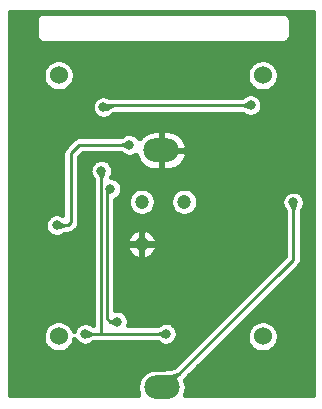
<source format=gbr>
G04 #@! TF.GenerationSoftware,KiCad,Pcbnew,(5.0.2)-1*
G04 #@! TF.CreationDate,2019-07-28T23:06:21+08:00*
G04 #@! TF.ProjectId,PIR,5049522e-6b69-4636-9164-5f7063625858,rev?*
G04 #@! TF.SameCoordinates,Original*
G04 #@! TF.FileFunction,Copper,L2,Bot*
G04 #@! TF.FilePolarity,Positive*
%FSLAX46Y46*%
G04 Gerber Fmt 4.6, Leading zero omitted, Abs format (unit mm)*
G04 Created by KiCad (PCBNEW (5.0.2)-1) date 2019-07-28 23:06:21*
%MOMM*%
%LPD*%
G01*
G04 APERTURE LIST*
G04 #@! TA.AperFunction,ComponentPad*
%ADD10O,3.000000X2.000000*%
G04 #@! TD*
G04 #@! TA.AperFunction,WasherPad*
%ADD11C,1.524000*%
G04 #@! TD*
G04 #@! TA.AperFunction,ComponentPad*
%ADD12C,1.200000*%
G04 #@! TD*
G04 #@! TA.AperFunction,ViaPad*
%ADD13C,0.800000*%
G04 #@! TD*
G04 #@! TA.AperFunction,Conductor*
%ADD14C,0.250000*%
G04 #@! TD*
G04 #@! TA.AperFunction,Conductor*
%ADD15C,0.400000*%
G04 #@! TD*
%ADD16C,0.400000*%
G04 #@! TA.AperFunction,Conductor*
%ADD17C,0.025400*%
G04 #@! TD*
G04 APERTURE END LIST*
D10*
G04 #@! TO.P,BT1,1*
G04 #@! TO.N,VDD*
X43834362Y-73312199D03*
G04 #@! TO.P,BT1,2*
G04 #@! TO.N,GND*
X43801342Y-53233679D03*
G04 #@! TD*
D11*
G04 #@! TO.P,J1,*
G04 #@! TO.N,*
X52374382Y-46881499D03*
X52374382Y-68981499D03*
X35104382Y-46881499D03*
X35104382Y-68981499D03*
G04 #@! TD*
D12*
G04 #@! TO.P,AM312,2*
G04 #@! TO.N,VDDA*
X42139640Y-57586517D03*
G04 #@! TO.P,AM312,3*
G04 #@! TO.N,GND*
X42139640Y-61178619D03*
G04 #@! TO.P,AM312,1*
G04 #@! TO.N,+3V3*
X45731742Y-57586517D03*
G04 #@! TD*
D13*
G04 #@! TO.N,VDD*
X54955440Y-57652920D03*
X51356260Y-49410620D03*
X38895020Y-49578254D03*
G04 #@! TO.N,D3*
X34940244Y-59575700D03*
X41083070Y-52771040D03*
G04 #@! TO.N,GND*
X54500780Y-47668180D03*
X34917380Y-61475620D03*
X36306760Y-67345560D03*
X40949880Y-65955700D03*
X52920900Y-62971680D03*
X51363880Y-57353200D03*
X48232060Y-46184820D03*
X35941000Y-48722280D03*
X34940258Y-55971440D03*
G04 #@! TO.N,SCL*
X40040560Y-67739260D03*
X39481788Y-56499760D03*
G04 #@! TO.N,SDA*
X44188380Y-68770500D03*
X38714680Y-54955440D03*
X37345620Y-68780660D03*
G04 #@! TD*
D14*
G04 #@! TO.N,VDD*
X54955440Y-62495921D02*
X54955440Y-58218605D01*
X54955440Y-58218605D02*
X54955440Y-57652920D01*
X43801342Y-73650019D02*
X54955440Y-62495921D01*
X51356260Y-49410620D02*
X39062654Y-49410620D01*
X39062654Y-49410620D02*
X38895020Y-49578254D01*
G04 #@! TO.N,D3*
X35899980Y-59575700D02*
X34940244Y-59575700D01*
X36128960Y-59346720D02*
X35899980Y-59575700D01*
X36128960Y-59346720D02*
X36128960Y-53505100D01*
X36863020Y-52771040D02*
X41083070Y-52771040D01*
X36128960Y-53505100D02*
X36863020Y-52771040D01*
G04 #@! TO.N,SCL*
X39164260Y-56817288D02*
X39481788Y-56499760D01*
X39164260Y-67411600D02*
X39164260Y-56817288D01*
X40040560Y-67739260D02*
X39491920Y-67739260D01*
X39491920Y-67739260D02*
X39164260Y-67411600D01*
G04 #@! TO.N,SDA*
X37345620Y-68780660D02*
X44178220Y-68780660D01*
X44178220Y-68780660D02*
X44188380Y-68770500D01*
X38709600Y-68780660D02*
X38709600Y-55526205D01*
X38714680Y-55521125D02*
X38714680Y-54955440D01*
X38709600Y-55526205D02*
X38714680Y-55521125D01*
G04 #@! TD*
D15*
G04 #@! TO.N,GND*
X30989900Y-41518200D02*
X56602001Y-41518200D01*
X30989900Y-41898200D02*
X33253821Y-41898200D01*
X54645420Y-41898200D02*
X56602001Y-41898200D01*
X30989900Y-42278200D02*
X33142574Y-42278200D01*
X54756665Y-42278200D02*
X56602001Y-42278200D01*
X30989900Y-42658200D02*
X33145100Y-42658200D01*
X54754140Y-42658200D02*
X56602001Y-42658200D01*
X30989900Y-43038200D02*
X33145100Y-43038200D01*
X54754140Y-43038200D02*
X56602001Y-43038200D01*
X30989900Y-43418200D02*
X33145100Y-43418200D01*
X54754140Y-43418200D02*
X56602001Y-43418200D01*
X30989900Y-43798200D02*
X33235123Y-43798200D01*
X54664116Y-43798200D02*
X56602001Y-43798200D01*
X30989900Y-44178200D02*
X56602001Y-44178200D01*
X30989900Y-44558200D02*
X56602001Y-44558200D01*
X30989900Y-44938200D02*
X56602001Y-44938200D01*
X30989900Y-45318200D02*
X56602001Y-45318200D01*
X30989900Y-45698200D02*
X34423779Y-45698200D01*
X35784986Y-45698200D02*
X51693779Y-45698200D01*
X53054986Y-45698200D02*
X56602001Y-45698200D01*
X30989900Y-46078200D02*
X34003067Y-46078200D01*
X36205698Y-46078200D02*
X51273067Y-46078200D01*
X53475698Y-46078200D02*
X56602001Y-46078200D01*
X30989900Y-46458200D02*
X33805500Y-46458200D01*
X36403265Y-46458200D02*
X51075500Y-46458200D01*
X53673265Y-46458200D02*
X56602001Y-46458200D01*
X30989900Y-46838200D02*
X33742382Y-46838200D01*
X36466382Y-46838200D02*
X51012382Y-46838200D01*
X53736382Y-46838200D02*
X56602001Y-46838200D01*
X30989900Y-47218200D02*
X33782672Y-47218200D01*
X36426091Y-47218200D02*
X51052672Y-47218200D01*
X53696091Y-47218200D02*
X56602001Y-47218200D01*
X30989900Y-47598200D02*
X33945202Y-47598200D01*
X36263561Y-47598200D02*
X51215202Y-47598200D01*
X53533561Y-47598200D02*
X56602001Y-47598200D01*
X30989900Y-47978200D02*
X34294176Y-47978200D01*
X35914587Y-47978200D02*
X51564176Y-47978200D01*
X53184587Y-47978200D02*
X56602001Y-47978200D01*
X30989900Y-48358200D02*
X56602001Y-48358200D01*
X30989900Y-48738200D02*
X38352297Y-48738200D01*
X52098054Y-48738200D02*
X56602001Y-48738200D01*
X30989900Y-49118200D02*
X38003188Y-49118200D01*
X52317529Y-49118200D02*
X56602001Y-49118200D01*
X30989900Y-49498200D02*
X37895020Y-49498200D01*
X52356260Y-49498200D02*
X56602001Y-49498200D01*
X30989900Y-49878200D02*
X37936869Y-49878200D01*
X52244974Y-49878200D02*
X56602001Y-49878200D01*
X30989900Y-50258200D02*
X38160752Y-50258200D01*
X39634705Y-50258200D02*
X50824799Y-50258200D01*
X51887720Y-50258200D02*
X56602001Y-50258200D01*
X30989900Y-50638200D02*
X56602001Y-50638200D01*
X30989900Y-51018200D02*
X56602001Y-51018200D01*
X30989900Y-51398200D02*
X56602001Y-51398200D01*
X30989900Y-51778200D02*
X40948583Y-51778200D01*
X41217558Y-51778200D02*
X42420977Y-51778200D01*
X43747342Y-51778200D02*
X43855342Y-51778200D01*
X45181708Y-51778200D02*
X56602001Y-51778200D01*
X30989900Y-52158200D02*
X36471583Y-52158200D01*
X41876274Y-52158200D02*
X41983066Y-52158200D01*
X43747342Y-52158200D02*
X43855342Y-52158200D01*
X45619618Y-52158200D02*
X56602001Y-52158200D01*
X30989900Y-52538200D02*
X36070556Y-52538200D01*
X43747342Y-52538200D02*
X43855342Y-52538200D01*
X45854622Y-52538200D02*
X56602001Y-52538200D01*
X30989900Y-52918200D02*
X35690556Y-52918200D01*
X43747342Y-52918200D02*
X43855342Y-52918200D01*
X45976300Y-52918200D02*
X56602001Y-52918200D01*
X30989900Y-53298200D02*
X35434101Y-53298200D01*
X43747342Y-53298200D02*
X43855342Y-53298200D01*
X45837220Y-53298200D02*
X56602001Y-53298200D01*
X30989900Y-53678200D02*
X35403961Y-53678200D01*
X36981164Y-53678200D02*
X40660020Y-53678200D01*
X41506119Y-53678200D02*
X41658283Y-53678200D01*
X43747342Y-53678200D02*
X43855342Y-53678200D01*
X45944400Y-53678200D02*
X56602001Y-53678200D01*
X30989900Y-54058200D02*
X35403961Y-54058200D01*
X36853960Y-54058200D02*
X38267682Y-54058200D01*
X39161679Y-54058200D02*
X41811878Y-54058200D01*
X43747342Y-54058200D02*
X43855342Y-54058200D01*
X45790805Y-54058200D02*
X56602001Y-54058200D01*
X30989900Y-54438200D02*
X35403961Y-54438200D01*
X36853960Y-54438200D02*
X37857599Y-54438200D01*
X39571762Y-54438200D02*
X42095382Y-54438200D01*
X43747342Y-54438200D02*
X43855342Y-54438200D01*
X45507301Y-54438200D02*
X56602001Y-54438200D01*
X30989900Y-54818200D02*
X35403961Y-54818200D01*
X36853960Y-54818200D02*
X37722388Y-54818200D01*
X39706973Y-54818200D02*
X42678253Y-54818200D01*
X43747342Y-54818200D02*
X43855342Y-54818200D01*
X44924430Y-54818200D02*
X56602001Y-54818200D01*
X30989900Y-55198200D02*
X35403961Y-55198200D01*
X36853960Y-55198200D02*
X37743376Y-55198200D01*
X39685983Y-55198200D02*
X56602001Y-55198200D01*
X30989900Y-55578200D02*
X35403961Y-55578200D01*
X36853960Y-55578200D02*
X37928104Y-55578200D01*
X39870073Y-55578200D02*
X56602001Y-55578200D01*
X30989900Y-55958200D02*
X35403961Y-55958200D01*
X36853960Y-55958200D02*
X37984601Y-55958200D01*
X40322620Y-55958200D02*
X56602001Y-55958200D01*
X30989900Y-56338200D02*
X35403961Y-56338200D01*
X36853960Y-56338200D02*
X37984601Y-56338200D01*
X40469243Y-56338200D02*
X56602001Y-56338200D01*
X30989900Y-56718200D02*
X35403961Y-56718200D01*
X36853960Y-56718200D02*
X37984601Y-56718200D01*
X40457928Y-56718200D02*
X41310901Y-56718200D01*
X42968379Y-56718200D02*
X44903003Y-56718200D01*
X46560481Y-56718200D02*
X54598927Y-56718200D01*
X55311954Y-56718200D02*
X56602001Y-56718200D01*
X30989900Y-57098200D02*
X35403961Y-57098200D01*
X36853960Y-57098200D02*
X37984601Y-57098200D01*
X40284613Y-57098200D02*
X41043038Y-57098200D01*
X43236243Y-57098200D02*
X44635140Y-57098200D01*
X46828345Y-57098200D02*
X54123402Y-57098200D01*
X55787479Y-57098200D02*
X56602001Y-57098200D01*
X30989900Y-57478200D02*
X35403961Y-57478200D01*
X36853960Y-57478200D02*
X37984601Y-57478200D01*
X39889260Y-57478200D02*
X40939640Y-57478200D01*
X43339640Y-57478200D02*
X44531742Y-57478200D01*
X46931742Y-57478200D02*
X53970603Y-57478200D01*
X55940278Y-57478200D02*
X56602001Y-57478200D01*
X30989900Y-57858200D02*
X35403961Y-57858200D01*
X36853960Y-57858200D02*
X37984601Y-57858200D01*
X39889260Y-57858200D02*
X40970172Y-57858200D01*
X43309107Y-57858200D02*
X44562274Y-57858200D01*
X46901209Y-57858200D02*
X53976681Y-57858200D01*
X55934198Y-57858200D02*
X56602001Y-57858200D01*
X30989900Y-58238200D02*
X35403961Y-58238200D01*
X36853960Y-58238200D02*
X37984601Y-58238200D01*
X39889260Y-58238200D02*
X41131853Y-58238200D01*
X43147426Y-58238200D02*
X44723955Y-58238200D01*
X46739528Y-58238200D02*
X54143821Y-58238200D01*
X55767058Y-58238200D02*
X56602001Y-58238200D01*
X30989900Y-58618200D02*
X34638727Y-58618200D01*
X35241762Y-58618200D02*
X35403961Y-58618200D01*
X36853960Y-58618200D02*
X37984601Y-58618200D01*
X39889260Y-58618200D02*
X41523720Y-58618200D01*
X42755559Y-58618200D02*
X45115822Y-58618200D01*
X46347661Y-58618200D02*
X54230441Y-58618200D01*
X55680440Y-58618200D02*
X56602001Y-58618200D01*
X30989900Y-58998200D02*
X34123427Y-58998200D01*
X36853960Y-58998200D02*
X37984601Y-58998200D01*
X39889260Y-58998200D02*
X54230441Y-58998200D01*
X55680440Y-58998200D02*
X56602001Y-58998200D01*
X30989900Y-59378200D02*
X33959938Y-59378200D01*
X36854365Y-59378200D02*
X37984601Y-59378200D01*
X39889260Y-59378200D02*
X54230441Y-59378200D01*
X55680440Y-59378200D02*
X56602001Y-59378200D01*
X30989900Y-59758200D02*
X33956954Y-59758200D01*
X36729157Y-59758200D02*
X37984601Y-59758200D01*
X39889260Y-59758200D02*
X54230441Y-59758200D01*
X55680440Y-59758200D02*
X56602001Y-59758200D01*
X30989900Y-60138200D02*
X34113404Y-60138200D01*
X36357394Y-60138200D02*
X37984601Y-60138200D01*
X39889260Y-60138200D02*
X41345445Y-60138200D01*
X42085640Y-60138200D02*
X42193640Y-60138200D01*
X42933571Y-60138200D02*
X54230441Y-60138200D01*
X55680440Y-60138200D02*
X56602001Y-60138200D01*
X30989900Y-60518200D02*
X34602513Y-60518200D01*
X35277974Y-60518200D02*
X37984601Y-60518200D01*
X39889260Y-60518200D02*
X41009409Y-60518200D01*
X42085640Y-60518200D02*
X42193640Y-60518200D01*
X43269665Y-60518200D02*
X54230441Y-60518200D01*
X55680440Y-60518200D02*
X56602001Y-60518200D01*
X30989900Y-60898200D02*
X37984601Y-60898200D01*
X39889260Y-60898200D02*
X40857604Y-60898200D01*
X42085640Y-60898200D02*
X42193640Y-60898200D01*
X43421634Y-60898200D02*
X54230441Y-60898200D01*
X55680440Y-60898200D02*
X56602001Y-60898200D01*
X30989900Y-61278200D02*
X37984601Y-61278200D01*
X39889260Y-61278200D02*
X40969635Y-61278200D01*
X42116429Y-61278200D02*
X42162851Y-61278200D01*
X43309646Y-61278200D02*
X54230441Y-61278200D01*
X55680440Y-61278200D02*
X56602001Y-61278200D01*
X30989900Y-61658200D02*
X37984601Y-61658200D01*
X39889260Y-61658200D02*
X40918459Y-61658200D01*
X42085640Y-61658200D02*
X42193640Y-61658200D01*
X43361262Y-61658200D02*
X54230441Y-61658200D01*
X55680440Y-61658200D02*
X56602001Y-61658200D01*
X30989900Y-62038200D02*
X37984601Y-62038200D01*
X39889260Y-62038200D02*
X41153081Y-62038200D01*
X42085640Y-62038200D02*
X42193640Y-62038200D01*
X43126381Y-62038200D02*
X54230441Y-62038200D01*
X55680440Y-62038200D02*
X56602001Y-62038200D01*
X30989900Y-62418200D02*
X37984601Y-62418200D01*
X39889260Y-62418200D02*
X41719261Y-62418200D01*
X41946672Y-62418200D02*
X42332607Y-62418200D01*
X42558959Y-62418200D02*
X54007857Y-62418200D01*
X55680440Y-62418200D02*
X56602001Y-62418200D01*
X30989900Y-62798200D02*
X37984601Y-62798200D01*
X39889260Y-62798200D02*
X53627857Y-62798200D01*
X55615936Y-62798200D02*
X56602001Y-62798200D01*
X30989900Y-63178200D02*
X37984601Y-63178200D01*
X39889260Y-63178200D02*
X53247857Y-63178200D01*
X55298465Y-63178200D02*
X56602001Y-63178200D01*
X30989900Y-63558200D02*
X37984601Y-63558200D01*
X39889260Y-63558200D02*
X52867857Y-63558200D01*
X54918465Y-63558200D02*
X56602001Y-63558200D01*
X30989900Y-63938200D02*
X37984601Y-63938200D01*
X39889260Y-63938200D02*
X52487857Y-63938200D01*
X54538465Y-63938200D02*
X56602001Y-63938200D01*
X30989900Y-64318200D02*
X37984601Y-64318200D01*
X39889260Y-64318200D02*
X52107857Y-64318200D01*
X54158465Y-64318200D02*
X56602001Y-64318200D01*
X30989900Y-64698200D02*
X37984601Y-64698200D01*
X39889260Y-64698200D02*
X51727857Y-64698200D01*
X53778465Y-64698200D02*
X56602001Y-64698200D01*
X30989900Y-65078200D02*
X37984601Y-65078200D01*
X39889260Y-65078200D02*
X51347857Y-65078200D01*
X53398465Y-65078200D02*
X56602001Y-65078200D01*
X30989900Y-65458200D02*
X37984601Y-65458200D01*
X39889260Y-65458200D02*
X50967857Y-65458200D01*
X53018465Y-65458200D02*
X56602001Y-65458200D01*
X30989900Y-65838200D02*
X37984601Y-65838200D01*
X39889260Y-65838200D02*
X50587857Y-65838200D01*
X52638465Y-65838200D02*
X56602001Y-65838200D01*
X30989900Y-66218200D02*
X37984601Y-66218200D01*
X39889260Y-66218200D02*
X50207857Y-66218200D01*
X52258465Y-66218200D02*
X56602001Y-66218200D01*
X30989900Y-66598200D02*
X37984601Y-66598200D01*
X39889260Y-66598200D02*
X49827857Y-66598200D01*
X51878465Y-66598200D02*
X56602001Y-66598200D01*
X30989900Y-66978200D02*
X37984601Y-66978200D01*
X40693714Y-66978200D02*
X49447857Y-66978200D01*
X51498465Y-66978200D02*
X56602001Y-66978200D01*
X30989900Y-67358200D02*
X37984601Y-67358200D01*
X40965113Y-67358200D02*
X49067857Y-67358200D01*
X51118465Y-67358200D02*
X56602001Y-67358200D01*
X30989900Y-67738200D02*
X34546894Y-67738200D01*
X35661871Y-67738200D02*
X37984601Y-67738200D01*
X41040560Y-67738200D02*
X48687857Y-67738200D01*
X50738465Y-67738200D02*
X51816894Y-67738200D01*
X52931871Y-67738200D02*
X56602001Y-67738200D01*
X30989900Y-68118200D02*
X34043158Y-68118200D01*
X36165607Y-68118200D02*
X36593866Y-68118200D01*
X44950294Y-68118200D02*
X48307857Y-68118200D01*
X50358465Y-68118200D02*
X51313158Y-68118200D01*
X53435607Y-68118200D02*
X56602001Y-68118200D01*
X30989900Y-68498200D02*
X33830353Y-68498200D01*
X36378412Y-68498200D02*
X36382214Y-68498200D01*
X45153808Y-68498200D02*
X47927857Y-68498200D01*
X49978465Y-68498200D02*
X51100353Y-68498200D01*
X53648412Y-68498200D02*
X56602001Y-68498200D01*
X30989900Y-68878200D02*
X33742382Y-68878200D01*
X45186548Y-68878200D02*
X47547857Y-68878200D01*
X49598465Y-68878200D02*
X51012382Y-68878200D01*
X53736382Y-68878200D02*
X56602001Y-68878200D01*
X30989900Y-69258200D02*
X33770738Y-69258200D01*
X36438025Y-69258200D02*
X36462011Y-69258200D01*
X45065199Y-69258200D02*
X47167857Y-69258200D01*
X49218465Y-69258200D02*
X51040738Y-69258200D01*
X53708025Y-69258200D02*
X56602001Y-69258200D01*
X30989900Y-69638200D02*
X33905111Y-69638200D01*
X36303652Y-69638200D02*
X36829065Y-69638200D01*
X37862174Y-69638200D02*
X43687031Y-69638200D01*
X44689728Y-69638200D02*
X46787857Y-69638200D01*
X48838465Y-69638200D02*
X51175111Y-69638200D01*
X53573652Y-69638200D02*
X56602001Y-69638200D01*
X30989900Y-70018200D02*
X34214925Y-70018200D01*
X35993839Y-70018200D02*
X46407857Y-70018200D01*
X48458465Y-70018200D02*
X51484925Y-70018200D01*
X53263839Y-70018200D02*
X56602001Y-70018200D01*
X30989900Y-70398200D02*
X46027857Y-70398200D01*
X48078465Y-70398200D02*
X56602001Y-70398200D01*
X30989900Y-70778200D02*
X45647857Y-70778200D01*
X47698465Y-70778200D02*
X56602001Y-70778200D01*
X30989900Y-71158200D02*
X45267857Y-71158200D01*
X47318465Y-71158200D02*
X56602001Y-71158200D01*
X30989900Y-71538200D02*
X44887857Y-71538200D01*
X46938465Y-71538200D02*
X56602001Y-71538200D01*
X30989900Y-71918200D02*
X42548184Y-71918200D01*
X46558465Y-71918200D02*
X56602001Y-71918200D01*
X30989900Y-72298200D02*
X42096701Y-72298200D01*
X46178465Y-72298200D02*
X56602001Y-72298200D01*
X30989900Y-72678200D02*
X41859022Y-72678200D01*
X45809703Y-72678200D02*
X56602001Y-72678200D01*
X30989900Y-73058200D02*
X41751638Y-73058200D01*
X45917087Y-73058200D02*
X56602001Y-73058200D01*
X30989900Y-73438200D02*
X41739030Y-73438200D01*
X45929693Y-73438200D02*
X56602001Y-73438200D01*
X30989900Y-73818200D02*
X41815860Y-73818200D01*
X45852863Y-73818200D02*
X56602001Y-73818200D01*
X56602001Y-41518200D02*
X56602001Y-41518200D01*
X56222001Y-41518200D02*
X56222001Y-73945120D01*
X55842001Y-41518200D02*
X55842001Y-57180141D01*
X55842001Y-58125700D02*
X55842001Y-73945120D01*
X55462001Y-41518200D02*
X55462001Y-56788703D01*
X55462001Y-63018087D02*
X55462001Y-73945120D01*
X55082001Y-41518200D02*
X55082001Y-56658504D01*
X55082001Y-63394665D02*
X55082001Y-73945120D01*
X54702001Y-41518200D02*
X54702001Y-42004057D01*
X54702001Y-43727323D02*
X54702001Y-56683740D01*
X54702001Y-63774665D02*
X54702001Y-73945120D01*
X54322001Y-41518200D02*
X54322001Y-41638979D01*
X54322001Y-44092401D02*
X54322001Y-56873480D01*
X54322001Y-64154665D02*
X54322001Y-73945120D01*
X53942001Y-41518200D02*
X53942001Y-41595680D01*
X53942001Y-44135699D02*
X53942001Y-62484055D01*
X53942001Y-64534665D02*
X53942001Y-73945120D01*
X53562001Y-41518200D02*
X53562001Y-41595680D01*
X53562001Y-44135699D02*
X53562001Y-46207361D01*
X53562001Y-47555638D02*
X53562001Y-62864055D01*
X53562001Y-64914665D02*
X53562001Y-68307361D01*
X53562001Y-69655638D02*
X53562001Y-73945120D01*
X53182001Y-41518200D02*
X53182001Y-41595680D01*
X53182001Y-44135699D02*
X53182001Y-45783070D01*
X53182001Y-47979929D02*
X53182001Y-63244055D01*
X53182001Y-65294665D02*
X53182001Y-67883070D01*
X53182001Y-70079929D02*
X53182001Y-73945120D01*
X52802001Y-41518200D02*
X52802001Y-41595680D01*
X52802001Y-44135699D02*
X52802001Y-45584407D01*
X52802001Y-48178592D02*
X52802001Y-63624055D01*
X52802001Y-65674665D02*
X52802001Y-67684407D01*
X52802001Y-70278592D02*
X52802001Y-73945120D01*
X52422001Y-41518200D02*
X52422001Y-41595680D01*
X52422001Y-44135699D02*
X52422001Y-45519499D01*
X52422001Y-48243499D02*
X52422001Y-64004055D01*
X52422001Y-66054665D02*
X52422001Y-67619499D01*
X52422001Y-70343499D02*
X52422001Y-73945120D01*
X52042001Y-41518200D02*
X52042001Y-41595680D01*
X52042001Y-44135699D02*
X52042001Y-45558930D01*
X52042001Y-48204067D02*
X52042001Y-48682147D01*
X52042001Y-50139093D02*
X52042001Y-64384055D01*
X52042001Y-66434665D02*
X52042001Y-67658930D01*
X52042001Y-70304067D02*
X52042001Y-73945120D01*
X51662001Y-41518200D02*
X51662001Y-41595680D01*
X51662001Y-44135699D02*
X51662001Y-45719433D01*
X51662001Y-48043564D02*
X51662001Y-48454870D01*
X51662001Y-50366371D02*
X51662001Y-64764055D01*
X51662001Y-66814665D02*
X51662001Y-67819433D01*
X51662001Y-70143564D02*
X51662001Y-73945120D01*
X51282001Y-41518200D02*
X51282001Y-41595680D01*
X51282001Y-44135699D02*
X51282001Y-46064828D01*
X51282001Y-47698169D02*
X51282001Y-48410620D01*
X51282001Y-50410620D02*
X51282001Y-65144055D01*
X51282001Y-67194665D02*
X51282001Y-68164828D01*
X51282001Y-69798169D02*
X51282001Y-73945120D01*
X50902001Y-41518200D02*
X50902001Y-41595680D01*
X50902001Y-44135699D02*
X50902001Y-46747354D01*
X50902001Y-46747354D02*
X50902001Y-48516387D01*
X50902001Y-50304852D02*
X50902001Y-65524055D01*
X50902001Y-67574665D02*
X50902001Y-68847354D01*
X50902001Y-68847354D02*
X50902001Y-73945120D01*
X50522001Y-41518200D02*
X50522001Y-41595680D01*
X50522001Y-44135699D02*
X50522001Y-46747354D01*
X50522001Y-46747354D02*
X50522001Y-48685620D01*
X50522001Y-50135620D02*
X50522001Y-65904055D01*
X50522001Y-67954665D02*
X50522001Y-68847354D01*
X50522001Y-68847354D02*
X50522001Y-73945120D01*
X50142001Y-41518200D02*
X50142001Y-41595680D01*
X50142001Y-44135699D02*
X50142001Y-46747354D01*
X50142001Y-46747354D02*
X50142001Y-48685620D01*
X50142001Y-50135620D02*
X50142001Y-66284055D01*
X50142001Y-68334665D02*
X50142001Y-68847354D01*
X50142001Y-68847354D02*
X50142001Y-73945120D01*
X49762001Y-41518200D02*
X49762001Y-41595680D01*
X49762001Y-44135699D02*
X49762001Y-46747354D01*
X49762001Y-46747354D02*
X49762001Y-48685620D01*
X49762001Y-50135620D02*
X49762001Y-66664055D01*
X49762001Y-68714665D02*
X49762001Y-68847354D01*
X49762001Y-68847354D02*
X49762001Y-73945120D01*
X49382001Y-41518200D02*
X49382001Y-41595680D01*
X49382001Y-44135699D02*
X49382001Y-46747354D01*
X49382001Y-46747354D02*
X49382001Y-48685620D01*
X49382001Y-50135620D02*
X49382001Y-67044055D01*
X49382001Y-69094664D02*
X49382001Y-73945120D01*
X49002001Y-41518200D02*
X49002001Y-41595680D01*
X49002001Y-44135699D02*
X49002001Y-46747354D01*
X49002001Y-46747354D02*
X49002001Y-48685620D01*
X49002001Y-50135620D02*
X49002001Y-67424055D01*
X49002001Y-69474664D02*
X49002001Y-73945120D01*
X48622001Y-41518200D02*
X48622001Y-41595680D01*
X48622001Y-44135699D02*
X48622001Y-46747354D01*
X48622001Y-46747354D02*
X48622001Y-48685620D01*
X48622001Y-50135620D02*
X48622001Y-67804055D01*
X48622001Y-69854664D02*
X48622001Y-73945120D01*
X48242001Y-41518200D02*
X48242001Y-41595680D01*
X48242001Y-44135699D02*
X48242001Y-46747354D01*
X48242001Y-46747354D02*
X48242001Y-48685620D01*
X48242001Y-50135620D02*
X48242001Y-68184055D01*
X48242001Y-70234664D02*
X48242001Y-73945120D01*
X47862001Y-41518200D02*
X47862001Y-41595680D01*
X47862001Y-44135699D02*
X47862001Y-46747354D01*
X47862001Y-46747354D02*
X47862001Y-48685620D01*
X47862001Y-50135620D02*
X47862001Y-68564055D01*
X47862001Y-70614664D02*
X47862001Y-73945120D01*
X47482001Y-41518200D02*
X47482001Y-41595680D01*
X47482001Y-44135699D02*
X47482001Y-46747354D01*
X47482001Y-46747354D02*
X47482001Y-48685620D01*
X47482001Y-50135620D02*
X47482001Y-68944055D01*
X47482001Y-70994664D02*
X47482001Y-73945120D01*
X47102001Y-41518200D02*
X47102001Y-41595680D01*
X47102001Y-44135699D02*
X47102001Y-46747354D01*
X47102001Y-46747354D02*
X47102001Y-48685620D01*
X47102001Y-50135620D02*
X47102001Y-69324055D01*
X47102001Y-71374664D02*
X47102001Y-73945120D01*
X46722001Y-41518200D02*
X46722001Y-41595680D01*
X46722001Y-44135699D02*
X46722001Y-46747354D01*
X46722001Y-46747354D02*
X46722001Y-48685620D01*
X46722001Y-50135620D02*
X46722001Y-56908602D01*
X46722001Y-58264433D02*
X46722001Y-69704055D01*
X46722001Y-71754664D02*
X46722001Y-73945120D01*
X46342001Y-41518200D02*
X46342001Y-41595680D01*
X46342001Y-44135699D02*
X46342001Y-46747354D01*
X46342001Y-46747354D02*
X46342001Y-48685620D01*
X46342001Y-50135620D02*
X46342001Y-56551052D01*
X46342001Y-58621983D02*
X46342001Y-70084055D01*
X46342001Y-72134664D02*
X46342001Y-73945120D01*
X45962001Y-41518200D02*
X45962001Y-41595680D01*
X45962001Y-44135699D02*
X45962001Y-46747354D01*
X45962001Y-46747354D02*
X45962001Y-48685620D01*
X45962001Y-50135620D02*
X45962001Y-52852260D01*
X45962001Y-52944002D02*
X45962001Y-53523357D01*
X45962001Y-53615099D02*
X45962001Y-56408810D01*
X45962001Y-58764225D02*
X45962001Y-70464055D01*
X45962001Y-72514664D02*
X45962001Y-73945120D01*
X45582001Y-41518200D02*
X45582001Y-41595680D01*
X45582001Y-44135699D02*
X45582001Y-46747354D01*
X45582001Y-46747354D02*
X45582001Y-48685620D01*
X45582001Y-50135620D02*
X45582001Y-52109291D01*
X45582001Y-53179679D02*
X45582001Y-53287679D01*
X45582001Y-54358068D02*
X45582001Y-56392792D01*
X45582001Y-58780241D02*
X45582001Y-70844055D01*
X45202001Y-41518200D02*
X45202001Y-41595680D01*
X45202001Y-44135699D02*
X45202001Y-46747354D01*
X45202001Y-46747354D02*
X45202001Y-48685620D01*
X45202001Y-50135620D02*
X45202001Y-51789887D01*
X45202001Y-53179679D02*
X45202001Y-53287679D01*
X45202001Y-54677472D02*
X45202001Y-56507072D01*
X45202001Y-58665961D02*
X45202001Y-71224055D01*
X44822001Y-41518200D02*
X44822001Y-41595680D01*
X44822001Y-44135699D02*
X44822001Y-46747354D01*
X44822001Y-46747354D02*
X44822001Y-48685620D01*
X44822001Y-50135620D02*
X44822001Y-51614516D01*
X44822001Y-53179679D02*
X44822001Y-53287679D01*
X44822001Y-54852843D02*
X44822001Y-56799202D01*
X44822001Y-58373832D02*
X44822001Y-67991182D01*
X44822001Y-69549819D02*
X44822001Y-71575490D01*
X44442001Y-41518200D02*
X44442001Y-41595680D01*
X44442001Y-44135699D02*
X44442001Y-46747354D01*
X44442001Y-46747354D02*
X44442001Y-48685620D01*
X44442001Y-50135620D02*
X44442001Y-51536990D01*
X44442001Y-53179679D02*
X44442001Y-53287679D01*
X44442001Y-54930369D02*
X44442001Y-57468327D01*
X44442001Y-57468327D02*
X44442001Y-67801357D01*
X44442001Y-69739644D02*
X44442001Y-71670705D01*
X44062001Y-41518200D02*
X44062001Y-41595680D01*
X44062001Y-44135699D02*
X44062001Y-46747354D01*
X44062001Y-46747354D02*
X44062001Y-48685620D01*
X44062001Y-50135620D02*
X44062001Y-51525679D01*
X44062001Y-53179679D02*
X44062001Y-53287679D01*
X44062001Y-54941679D02*
X44062001Y-57468327D01*
X44062001Y-57468327D02*
X44062001Y-67776047D01*
X44062001Y-69764952D02*
X44062001Y-71708380D01*
X43682001Y-41518200D02*
X43682001Y-41595680D01*
X43682001Y-44135699D02*
X43682001Y-46747354D01*
X43682001Y-46747354D02*
X43682001Y-48685620D01*
X43682001Y-50135620D02*
X43682001Y-51525679D01*
X43682001Y-54941679D02*
X43682001Y-57468327D01*
X43682001Y-57468327D02*
X43682001Y-67906161D01*
X43682001Y-69634838D02*
X43682001Y-71712199D01*
X43302001Y-41518200D02*
X43302001Y-41595680D01*
X43302001Y-44135699D02*
X43302001Y-46747354D01*
X43302001Y-46747354D02*
X43302001Y-48685620D01*
X43302001Y-50135620D02*
X43302001Y-51525679D01*
X43302001Y-54941679D02*
X43302001Y-57279107D01*
X43302001Y-57893928D02*
X43302001Y-60578433D01*
X43302001Y-61089299D02*
X43302001Y-61267940D01*
X43302001Y-61778663D02*
X43302001Y-68055660D01*
X43302001Y-69505660D02*
X43302001Y-71712199D01*
X42922001Y-41518200D02*
X42922001Y-41595680D01*
X42922001Y-44135699D02*
X42922001Y-46747354D01*
X42922001Y-46747354D02*
X42922001Y-48685620D01*
X42922001Y-50135620D02*
X42922001Y-51568140D01*
X42922001Y-54899217D02*
X42922001Y-56671822D01*
X42922001Y-58501212D02*
X42922001Y-60128741D01*
X42922001Y-61124619D02*
X42922001Y-61232619D01*
X42922001Y-62228787D02*
X42922001Y-68055660D01*
X42922001Y-69505660D02*
X42922001Y-71765292D01*
X42542001Y-41518200D02*
X42542001Y-41595680D01*
X42542001Y-44135699D02*
X42542001Y-46747354D01*
X42542001Y-46747354D02*
X42542001Y-48685620D01*
X42542001Y-50135620D02*
X42542001Y-51708507D01*
X42542001Y-54758850D02*
X42542001Y-56454311D01*
X42542001Y-58718724D02*
X42542001Y-59933573D01*
X42542001Y-61124619D02*
X42542001Y-61232619D01*
X42542001Y-62423379D02*
X42542001Y-68055660D01*
X42542001Y-69505660D02*
X42542001Y-71921504D01*
X42162001Y-41518200D02*
X42162001Y-41595680D01*
X42162001Y-44135699D02*
X42162001Y-46747354D01*
X42162001Y-46747354D02*
X42162001Y-48685620D01*
X42162001Y-50135620D02*
X42162001Y-51970866D01*
X42162001Y-54496491D02*
X42162001Y-56386517D01*
X42162001Y-58786517D02*
X42162001Y-61079888D01*
X42162001Y-61096328D02*
X42162001Y-61260910D01*
X42162001Y-61277350D02*
X42162001Y-68055660D01*
X42162001Y-69505660D02*
X42162001Y-72218630D01*
X41782001Y-41518200D02*
X41782001Y-41595680D01*
X41782001Y-44135699D02*
X41782001Y-46747354D01*
X41782001Y-46747354D02*
X41782001Y-48685620D01*
X41782001Y-50135620D02*
X41782001Y-52055757D01*
X41782001Y-53997784D02*
X41782001Y-56435785D01*
X41782001Y-58737248D02*
X41782001Y-59920204D01*
X41782001Y-61124619D02*
X41782001Y-61232619D01*
X41782001Y-62437231D02*
X41782001Y-68055660D01*
X41782001Y-69505660D02*
X41782001Y-72917818D01*
X41782001Y-73706579D02*
X41782001Y-73945120D01*
X41402001Y-41518200D02*
X41402001Y-41595680D01*
X41402001Y-44135699D02*
X41402001Y-46747354D01*
X41402001Y-46747354D02*
X41402001Y-48685620D01*
X41402001Y-50135620D02*
X41402001Y-51820753D01*
X41402001Y-53721328D02*
X41402001Y-56636164D01*
X41402001Y-58536869D02*
X41402001Y-60091611D01*
X41402001Y-61124619D02*
X41402001Y-61232619D01*
X41402001Y-62265063D02*
X41402001Y-68055660D01*
X41402001Y-69505660D02*
X41402001Y-73945120D01*
X41022001Y-41518200D02*
X41022001Y-41595680D01*
X41022001Y-44135699D02*
X41022001Y-46747354D01*
X41022001Y-46747354D02*
X41022001Y-48685620D01*
X41022001Y-50135620D02*
X41022001Y-51771040D01*
X41022001Y-53771040D02*
X41022001Y-57148986D01*
X41022001Y-58024047D02*
X41022001Y-60494537D01*
X41022001Y-61124619D02*
X41022001Y-61232619D01*
X41022001Y-61862108D02*
X41022001Y-67547466D01*
X41022001Y-67931055D02*
X41022001Y-68055660D01*
X41022001Y-69505660D02*
X41022001Y-73945120D01*
X40642001Y-41518200D02*
X40642001Y-41595680D01*
X40642001Y-44135699D02*
X40642001Y-46747354D01*
X40642001Y-46747354D02*
X40642001Y-48685620D01*
X40642001Y-50135620D02*
X40642001Y-51871343D01*
X40642001Y-53670736D02*
X40642001Y-57468327D01*
X40642001Y-57468327D02*
X40642001Y-60919851D01*
X40642001Y-60919851D02*
X40642001Y-61437387D01*
X40642001Y-61437387D02*
X40642001Y-66938440D01*
X40642001Y-69505660D02*
X40642001Y-73945120D01*
X40262001Y-41518200D02*
X40262001Y-41595680D01*
X40262001Y-44135699D02*
X40262001Y-46747354D01*
X40262001Y-46747354D02*
X40262001Y-48685620D01*
X40262001Y-50135620D02*
X40262001Y-52046040D01*
X40262001Y-53496040D02*
X40262001Y-55867479D01*
X40262001Y-57132042D02*
X40262001Y-57468327D01*
X40262001Y-57468327D02*
X40262001Y-60919851D01*
X40262001Y-60919851D02*
X40262001Y-61437387D01*
X40262001Y-61437387D02*
X40262001Y-66763716D01*
X40262001Y-69505660D02*
X40262001Y-73945120D01*
X39882001Y-41518200D02*
X39882001Y-41595680D01*
X39882001Y-44135699D02*
X39882001Y-46747354D01*
X39882001Y-46747354D02*
X39882001Y-48685620D01*
X39882001Y-50135620D02*
X39882001Y-52046040D01*
X39882001Y-53496040D02*
X39882001Y-55583141D01*
X39882001Y-69505660D02*
X39882001Y-73945120D01*
X39502001Y-41518200D02*
X39502001Y-41595680D01*
X39502001Y-44135699D02*
X39502001Y-46747354D01*
X39502001Y-46747354D02*
X39502001Y-48685620D01*
X39502001Y-50375373D02*
X39502001Y-52046040D01*
X39502001Y-53496040D02*
X39502001Y-54333797D01*
X39502001Y-69505660D02*
X39502001Y-73945120D01*
X39122001Y-41518200D02*
X39122001Y-41595680D01*
X39122001Y-44135699D02*
X39122001Y-46747354D01*
X39122001Y-46747354D02*
X39122001Y-48603812D01*
X39122001Y-50552697D02*
X39122001Y-52046040D01*
X39122001Y-53496040D02*
X39122001Y-54041766D01*
X39122001Y-69505660D02*
X39122001Y-73945120D01*
X38742001Y-41518200D02*
X38742001Y-41595680D01*
X38742001Y-44135699D02*
X38742001Y-46747354D01*
X38742001Y-46747354D02*
X38742001Y-48589100D01*
X38742001Y-50567407D02*
X38742001Y-52046040D01*
X38742001Y-53496040D02*
X38742001Y-53955440D01*
X38742001Y-69505976D02*
X38742001Y-73945120D01*
X38362001Y-41518200D02*
X38362001Y-41595680D01*
X38362001Y-44135699D02*
X38362001Y-46747354D01*
X38362001Y-46747354D02*
X38362001Y-48731715D01*
X38362001Y-50424792D02*
X38362001Y-52046040D01*
X38362001Y-53496040D02*
X38362001Y-54019131D01*
X38362001Y-69505660D02*
X38362001Y-73945120D01*
X37982001Y-41518200D02*
X37982001Y-41595680D01*
X37982001Y-44135699D02*
X37982001Y-46747354D01*
X37982001Y-46747354D02*
X37982001Y-49169349D01*
X37982001Y-49987158D02*
X37982001Y-52046040D01*
X37982001Y-53496040D02*
X37982001Y-54273905D01*
X37982001Y-55636975D02*
X37982001Y-68003187D01*
X37982001Y-69558134D02*
X37982001Y-73945120D01*
X37602001Y-41518200D02*
X37602001Y-41595680D01*
X37602001Y-44135699D02*
X37602001Y-46747354D01*
X37602001Y-46747354D02*
X37602001Y-49479763D01*
X37602001Y-49479763D02*
X37602001Y-52046040D01*
X37602001Y-53496040D02*
X37602001Y-67812066D01*
X37602001Y-69749255D02*
X37602001Y-73945120D01*
X37222001Y-41518200D02*
X37222001Y-41595680D01*
X37222001Y-44135699D02*
X37222001Y-46747354D01*
X37222001Y-46747354D02*
X37222001Y-49479763D01*
X37222001Y-49479763D02*
X37222001Y-52046040D01*
X37222001Y-53496040D02*
X37222001Y-67785658D01*
X37222001Y-69775661D02*
X37222001Y-73945120D01*
X36842001Y-41518200D02*
X36842001Y-41595680D01*
X36842001Y-44135699D02*
X36842001Y-46747354D01*
X36842001Y-46747354D02*
X36842001Y-49479763D01*
X36842001Y-49479763D02*
X36842001Y-52044604D01*
X36842001Y-59493685D02*
X36842001Y-67914477D01*
X36842001Y-69646842D02*
X36842001Y-73945120D01*
X36462001Y-41518200D02*
X36462001Y-41595680D01*
X36462001Y-44135699D02*
X36462001Y-46725330D01*
X36462001Y-47037669D02*
X36462001Y-49479763D01*
X36462001Y-49479763D02*
X36462001Y-52163321D01*
X36462001Y-60038983D02*
X36462001Y-68303135D01*
X36462001Y-69258184D02*
X36462001Y-73945120D01*
X36082001Y-41518200D02*
X36082001Y-41595680D01*
X36082001Y-44135699D02*
X36082001Y-45932960D01*
X36082001Y-47830038D02*
X36082001Y-49479763D01*
X36082001Y-49479763D02*
X36082001Y-52526754D01*
X36082001Y-60278107D02*
X36082001Y-68032960D01*
X36082001Y-69930038D02*
X36082001Y-73945120D01*
X35702001Y-41518200D02*
X35702001Y-41595680D01*
X35702001Y-44135699D02*
X35702001Y-45654823D01*
X35702001Y-48108176D02*
X35702001Y-49479763D01*
X35702001Y-49479763D02*
X35702001Y-52906754D01*
X35702001Y-60300700D02*
X35702001Y-67754823D01*
X35702001Y-70208176D02*
X35702001Y-73945120D01*
X35322001Y-41518200D02*
X35322001Y-41595680D01*
X35322001Y-44135699D02*
X35322001Y-45536104D01*
X35322001Y-48226895D02*
X35322001Y-49479763D01*
X35322001Y-49479763D02*
X35322001Y-58651437D01*
X35322001Y-60499964D02*
X35322001Y-67636104D01*
X35322001Y-70326895D02*
X35322001Y-73945120D01*
X34942001Y-41518200D02*
X34942001Y-41595680D01*
X34942001Y-44135699D02*
X34942001Y-45525115D01*
X34942001Y-48237882D02*
X34942001Y-49479763D01*
X34942001Y-49479763D02*
X34942001Y-58575700D01*
X34942001Y-60575700D02*
X34942001Y-67625115D01*
X34942001Y-70337882D02*
X34942001Y-73945120D01*
X34562001Y-41518200D02*
X34562001Y-41595680D01*
X34562001Y-44135699D02*
X34562001Y-45631942D01*
X34562001Y-48131055D02*
X34562001Y-49479763D01*
X34562001Y-49479763D02*
X34562001Y-58649980D01*
X34562001Y-60501419D02*
X34562001Y-67731942D01*
X34562001Y-70231055D02*
X34562001Y-73945120D01*
X34182001Y-41518200D02*
X34182001Y-41595680D01*
X34182001Y-44135699D02*
X34182001Y-45877722D01*
X34182001Y-47885276D02*
X34182001Y-49479763D01*
X34182001Y-49479763D02*
X34182001Y-58919729D01*
X34182001Y-60231671D02*
X34182001Y-67977722D01*
X34182001Y-69985276D02*
X34182001Y-73945120D01*
X33802001Y-41518200D02*
X33802001Y-41594196D01*
X33802001Y-44137182D02*
X33802001Y-46466647D01*
X33802001Y-47296350D02*
X33802001Y-49479763D01*
X33802001Y-49479763D02*
X33802001Y-59477209D01*
X33802001Y-59477209D02*
X33802001Y-68566647D01*
X33802001Y-69396350D02*
X33802001Y-73945120D01*
X33422001Y-41518200D02*
X33422001Y-41724182D01*
X33422001Y-44007196D02*
X33422001Y-46747354D01*
X33422001Y-46747354D02*
X33422001Y-49479763D01*
X33422001Y-49479763D02*
X33422001Y-59477209D01*
X33422001Y-59477209D02*
X33422001Y-68847354D01*
X33422001Y-68847354D02*
X33422001Y-73945120D01*
X33042001Y-41518200D02*
X33042001Y-42270680D01*
X33042001Y-42270680D02*
X33042001Y-46747354D01*
X33042001Y-46747354D02*
X33042001Y-49479763D01*
X33042001Y-49479763D02*
X33042001Y-59477209D01*
X33042001Y-59477209D02*
X33042001Y-68847354D01*
X33042001Y-68847354D02*
X33042001Y-73945120D01*
X32662001Y-41518200D02*
X32662001Y-42270680D01*
X32662001Y-42270680D02*
X32662001Y-46747354D01*
X32662001Y-46747354D02*
X32662001Y-49479763D01*
X32662001Y-49479763D02*
X32662001Y-59477209D01*
X32662001Y-59477209D02*
X32662001Y-68847354D01*
X32662001Y-68847354D02*
X32662001Y-73945120D01*
X32282001Y-41518200D02*
X32282001Y-42270680D01*
X32282001Y-42270680D02*
X32282001Y-46747354D01*
X32282001Y-46747354D02*
X32282001Y-49479763D01*
X32282001Y-49479763D02*
X32282001Y-59477209D01*
X32282001Y-59477209D02*
X32282001Y-68847354D01*
X32282001Y-68847354D02*
X32282001Y-73945120D01*
X31902001Y-41518200D02*
X31902001Y-42270680D01*
X31902001Y-42270680D02*
X31902001Y-46747354D01*
X31902001Y-46747354D02*
X31902001Y-49479763D01*
X31902001Y-49479763D02*
X31902001Y-59477209D01*
X31902001Y-59477209D02*
X31902001Y-68847354D01*
X31902001Y-68847354D02*
X31902001Y-73945120D01*
X31522001Y-41518200D02*
X31522001Y-42270680D01*
X31522001Y-42270680D02*
X31522001Y-46747354D01*
X31522001Y-46747354D02*
X31522001Y-49479763D01*
X31522001Y-49479763D02*
X31522001Y-59477209D01*
X31522001Y-59477209D02*
X31522001Y-68847354D01*
X31522001Y-68847354D02*
X31522001Y-73945120D01*
X31142001Y-41518200D02*
X31142001Y-42270680D01*
X31142001Y-42270680D02*
X31142001Y-46747354D01*
X31142001Y-46747354D02*
X31142001Y-49479763D01*
X31142001Y-49479763D02*
X31142001Y-59477209D01*
X31142001Y-59477209D02*
X31142001Y-68847354D01*
X31142001Y-68847354D02*
X31142001Y-73945120D01*
D16*
X56602000Y-73945120D02*
X45810279Y-73945120D01*
X45819721Y-73927455D01*
X45911211Y-73625854D01*
X45942103Y-73312199D01*
X45911211Y-72998544D01*
X45819721Y-72696943D01*
X45805788Y-72670877D01*
X45807701Y-72668964D01*
X45807704Y-72668962D01*
X45807706Y-72668959D01*
X49629311Y-68847354D01*
X51012382Y-68847354D01*
X51012382Y-69115644D01*
X51064723Y-69378780D01*
X51167393Y-69626648D01*
X51316448Y-69849723D01*
X51506158Y-70039433D01*
X51729233Y-70188488D01*
X51977101Y-70291158D01*
X52240237Y-70343499D01*
X52508527Y-70343499D01*
X52771663Y-70291158D01*
X53019531Y-70188488D01*
X53242606Y-70039433D01*
X53432316Y-69849723D01*
X53581371Y-69626648D01*
X53684041Y-69378780D01*
X53736382Y-69115644D01*
X53736382Y-68847354D01*
X53684041Y-68584218D01*
X53581371Y-68336350D01*
X53432316Y-68113275D01*
X53242606Y-67923565D01*
X53019531Y-67774510D01*
X52771663Y-67671840D01*
X52508527Y-67619499D01*
X52240237Y-67619499D01*
X51977101Y-67671840D01*
X51729233Y-67774510D01*
X51506158Y-67923565D01*
X51316448Y-68113275D01*
X51167393Y-68336350D01*
X51064723Y-68584218D01*
X51012382Y-68847354D01*
X49629311Y-68847354D01*
X55442922Y-63033744D01*
X55470571Y-63011053D01*
X55493263Y-62983403D01*
X55493270Y-62983396D01*
X55561171Y-62900658D01*
X55628493Y-62774709D01*
X55669949Y-62638045D01*
X55680440Y-62531528D01*
X55680440Y-62531521D01*
X55683946Y-62495921D01*
X55680440Y-62460321D01*
X55680440Y-58342134D01*
X55732191Y-58290383D01*
X55841629Y-58126598D01*
X55917011Y-57944609D01*
X55955440Y-57751411D01*
X55955440Y-57554429D01*
X55917011Y-57361231D01*
X55841629Y-57179242D01*
X55732191Y-57015457D01*
X55592903Y-56876169D01*
X55429118Y-56766731D01*
X55247129Y-56691349D01*
X55053931Y-56652920D01*
X54856949Y-56652920D01*
X54663751Y-56691349D01*
X54481762Y-56766731D01*
X54317977Y-56876169D01*
X54178689Y-57015457D01*
X54069251Y-57179242D01*
X53993869Y-57361231D01*
X53955440Y-57554429D01*
X53955440Y-57751411D01*
X53993869Y-57944609D01*
X54069251Y-58126598D01*
X54178689Y-58290383D01*
X54230441Y-58342135D01*
X54230440Y-62195616D01*
X44866558Y-71559499D01*
X44785556Y-71588570D01*
X44690231Y-71617402D01*
X44588888Y-71642775D01*
X44481353Y-71664513D01*
X44367647Y-71682407D01*
X44247648Y-71696289D01*
X44121414Y-71705981D01*
X43988916Y-71711332D01*
X43850647Y-71712199D01*
X43255765Y-71712199D01*
X43020707Y-71735350D01*
X42719106Y-71826840D01*
X42441149Y-71975411D01*
X42197517Y-72175354D01*
X41997574Y-72418986D01*
X41849003Y-72696943D01*
X41757513Y-72998544D01*
X41726621Y-73312199D01*
X41757513Y-73625854D01*
X41849003Y-73927455D01*
X41858445Y-73945120D01*
X30989900Y-73945120D01*
X30989900Y-68847354D01*
X33742382Y-68847354D01*
X33742382Y-69115644D01*
X33794723Y-69378780D01*
X33897393Y-69626648D01*
X34046448Y-69849723D01*
X34236158Y-70039433D01*
X34459233Y-70188488D01*
X34707101Y-70291158D01*
X34970237Y-70343499D01*
X35238527Y-70343499D01*
X35501663Y-70291158D01*
X35749531Y-70188488D01*
X35972606Y-70039433D01*
X36162316Y-69849723D01*
X36311371Y-69626648D01*
X36414041Y-69378780D01*
X36445489Y-69220679D01*
X36459431Y-69254338D01*
X36568869Y-69418123D01*
X36708157Y-69557411D01*
X36871942Y-69666849D01*
X37053931Y-69742231D01*
X37247129Y-69780660D01*
X37444111Y-69780660D01*
X37637309Y-69742231D01*
X37819298Y-69666849D01*
X37983083Y-69557411D01*
X38034834Y-69505660D01*
X38673993Y-69505660D01*
X38709600Y-69509167D01*
X38745207Y-69505660D01*
X43509326Y-69505660D01*
X43550917Y-69547251D01*
X43714702Y-69656689D01*
X43896691Y-69732071D01*
X44089889Y-69770500D01*
X44286871Y-69770500D01*
X44480069Y-69732071D01*
X44662058Y-69656689D01*
X44825843Y-69547251D01*
X44965131Y-69407963D01*
X45074569Y-69244178D01*
X45149951Y-69062189D01*
X45188380Y-68868991D01*
X45188380Y-68672009D01*
X45149951Y-68478811D01*
X45074569Y-68296822D01*
X44965131Y-68133037D01*
X44825843Y-67993749D01*
X44662058Y-67884311D01*
X44480069Y-67808929D01*
X44286871Y-67770500D01*
X44089889Y-67770500D01*
X43896691Y-67808929D01*
X43714702Y-67884311D01*
X43550917Y-67993749D01*
X43489006Y-68055660D01*
X40991895Y-68055660D01*
X41002131Y-68030949D01*
X41040560Y-67837751D01*
X41040560Y-67640769D01*
X41002131Y-67447571D01*
X40926749Y-67265582D01*
X40817311Y-67101797D01*
X40678023Y-66962509D01*
X40514238Y-66853071D01*
X40332249Y-66777689D01*
X40139051Y-66739260D01*
X39942069Y-66739260D01*
X39889260Y-66749764D01*
X39889260Y-61437387D01*
X40851036Y-61437387D01*
X40926279Y-61683809D01*
X41048151Y-61910817D01*
X41175939Y-62065949D01*
X41172768Y-62069120D01*
X41205579Y-62101931D01*
X41211968Y-62109687D01*
X41219464Y-62115816D01*
X41249139Y-62145491D01*
X41252116Y-62142514D01*
X41411435Y-62272777D01*
X41638887Y-62393819D01*
X41880872Y-62467223D01*
X42085640Y-62314665D01*
X42085640Y-61308989D01*
X42125499Y-61269130D01*
X42153781Y-61269130D01*
X42193640Y-61308989D01*
X42193640Y-62314665D01*
X42398408Y-62467223D01*
X42644830Y-62391980D01*
X42871838Y-62270108D01*
X43026970Y-62142320D01*
X43030141Y-62145491D01*
X43062952Y-62112680D01*
X43070708Y-62106291D01*
X43076837Y-62098795D01*
X43106512Y-62069120D01*
X43103535Y-62066143D01*
X43233798Y-61906824D01*
X43354840Y-61679372D01*
X43428244Y-61437387D01*
X43275686Y-61232619D01*
X42270010Y-61232619D01*
X42230151Y-61192760D01*
X42153781Y-61269130D01*
X42125499Y-61269130D01*
X42049129Y-61192760D01*
X42009270Y-61232619D01*
X41003594Y-61232619D01*
X40851036Y-61437387D01*
X39889260Y-61437387D01*
X39889260Y-60919851D01*
X40851036Y-60919851D01*
X41003594Y-61124619D01*
X42009270Y-61124619D01*
X42049129Y-61164478D01*
X42125499Y-61088108D01*
X42153781Y-61088108D01*
X42230151Y-61164478D01*
X42270010Y-61124619D01*
X43275686Y-61124619D01*
X43428244Y-60919851D01*
X43353001Y-60673429D01*
X43231129Y-60446421D01*
X43103341Y-60291289D01*
X43106512Y-60288118D01*
X43073701Y-60255307D01*
X43067312Y-60247551D01*
X43059816Y-60241422D01*
X43030141Y-60211747D01*
X43027164Y-60214724D01*
X42867845Y-60084461D01*
X42640393Y-59963419D01*
X42398408Y-59890015D01*
X42193640Y-60042573D01*
X42193640Y-61048249D01*
X42153781Y-61088108D01*
X42125499Y-61088108D01*
X42085640Y-61048249D01*
X42085640Y-60042573D01*
X41880872Y-59890015D01*
X41634450Y-59965258D01*
X41407442Y-60087130D01*
X41252310Y-60214918D01*
X41249139Y-60211747D01*
X41216328Y-60244558D01*
X41208572Y-60250947D01*
X41202443Y-60258443D01*
X41172768Y-60288118D01*
X41175745Y-60291095D01*
X41045482Y-60450414D01*
X40924440Y-60677866D01*
X40851036Y-60919851D01*
X39889260Y-60919851D01*
X39889260Y-57468327D01*
X40939640Y-57468327D01*
X40939640Y-57704707D01*
X40985756Y-57936544D01*
X41076214Y-58154930D01*
X41207539Y-58351472D01*
X41374685Y-58518618D01*
X41571227Y-58649943D01*
X41789613Y-58740401D01*
X42021450Y-58786517D01*
X42257830Y-58786517D01*
X42489667Y-58740401D01*
X42708053Y-58649943D01*
X42904595Y-58518618D01*
X43071741Y-58351472D01*
X43203066Y-58154930D01*
X43293524Y-57936544D01*
X43339640Y-57704707D01*
X43339640Y-57468327D01*
X44531742Y-57468327D01*
X44531742Y-57704707D01*
X44577858Y-57936544D01*
X44668316Y-58154930D01*
X44799641Y-58351472D01*
X44966787Y-58518618D01*
X45163329Y-58649943D01*
X45381715Y-58740401D01*
X45613552Y-58786517D01*
X45849932Y-58786517D01*
X46081769Y-58740401D01*
X46300155Y-58649943D01*
X46496697Y-58518618D01*
X46663843Y-58351472D01*
X46795168Y-58154930D01*
X46885626Y-57936544D01*
X46931742Y-57704707D01*
X46931742Y-57468327D01*
X46885626Y-57236490D01*
X46795168Y-57018104D01*
X46663843Y-56821562D01*
X46496697Y-56654416D01*
X46300155Y-56523091D01*
X46081769Y-56432633D01*
X45849932Y-56386517D01*
X45613552Y-56386517D01*
X45381715Y-56432633D01*
X45163329Y-56523091D01*
X44966787Y-56654416D01*
X44799641Y-56821562D01*
X44668316Y-57018104D01*
X44577858Y-57236490D01*
X44531742Y-57468327D01*
X43339640Y-57468327D01*
X43293524Y-57236490D01*
X43203066Y-57018104D01*
X43071741Y-56821562D01*
X42904595Y-56654416D01*
X42708053Y-56523091D01*
X42489667Y-56432633D01*
X42257830Y-56386517D01*
X42021450Y-56386517D01*
X41789613Y-56432633D01*
X41571227Y-56523091D01*
X41374685Y-56654416D01*
X41207539Y-56821562D01*
X41076214Y-57018104D01*
X40985756Y-57236490D01*
X40939640Y-57468327D01*
X39889260Y-57468327D01*
X39889260Y-57413372D01*
X39955466Y-57385949D01*
X40119251Y-57276511D01*
X40258539Y-57137223D01*
X40367977Y-56973438D01*
X40443359Y-56791449D01*
X40481788Y-56598251D01*
X40481788Y-56401269D01*
X40443359Y-56208071D01*
X40367977Y-56026082D01*
X40258539Y-55862297D01*
X40119251Y-55723009D01*
X39955466Y-55613571D01*
X39773477Y-55538189D01*
X39580279Y-55499760D01*
X39553667Y-55499760D01*
X39600869Y-55429118D01*
X39676251Y-55247129D01*
X39714680Y-55053931D01*
X39714680Y-54856949D01*
X39676251Y-54663751D01*
X39600869Y-54481762D01*
X39491431Y-54317977D01*
X39352143Y-54178689D01*
X39188358Y-54069251D01*
X39006369Y-53993869D01*
X38813171Y-53955440D01*
X38616189Y-53955440D01*
X38422991Y-53993869D01*
X38241002Y-54069251D01*
X38077217Y-54178689D01*
X37937929Y-54317977D01*
X37828491Y-54481762D01*
X37753109Y-54663751D01*
X37714680Y-54856949D01*
X37714680Y-55053931D01*
X37753109Y-55247129D01*
X37828491Y-55429118D01*
X37937929Y-55592903D01*
X37984601Y-55639575D01*
X37984600Y-68005426D01*
X37983083Y-68003909D01*
X37819298Y-67894471D01*
X37637309Y-67819089D01*
X37444111Y-67780660D01*
X37247129Y-67780660D01*
X37053931Y-67819089D01*
X36871942Y-67894471D01*
X36708157Y-68003909D01*
X36568869Y-68143197D01*
X36459431Y-68306982D01*
X36384049Y-68488971D01*
X36380980Y-68504401D01*
X36311371Y-68336350D01*
X36162316Y-68113275D01*
X35972606Y-67923565D01*
X35749531Y-67774510D01*
X35501663Y-67671840D01*
X35238527Y-67619499D01*
X34970237Y-67619499D01*
X34707101Y-67671840D01*
X34459233Y-67774510D01*
X34236158Y-67923565D01*
X34046448Y-68113275D01*
X33897393Y-68336350D01*
X33794723Y-68584218D01*
X33742382Y-68847354D01*
X30989900Y-68847354D01*
X30989900Y-59477209D01*
X33940244Y-59477209D01*
X33940244Y-59674191D01*
X33978673Y-59867389D01*
X34054055Y-60049378D01*
X34163493Y-60213163D01*
X34302781Y-60352451D01*
X34466566Y-60461889D01*
X34648555Y-60537271D01*
X34841753Y-60575700D01*
X35038735Y-60575700D01*
X35231933Y-60537271D01*
X35413922Y-60461889D01*
X35577707Y-60352451D01*
X35629458Y-60300700D01*
X35864383Y-60300700D01*
X35899980Y-60304206D01*
X35935577Y-60300700D01*
X35935587Y-60300700D01*
X36042105Y-60290209D01*
X36178768Y-60248753D01*
X36304717Y-60181431D01*
X36415112Y-60090832D01*
X36437812Y-60063172D01*
X36616436Y-59884548D01*
X36644091Y-59861852D01*
X36734691Y-59751457D01*
X36802013Y-59625508D01*
X36843469Y-59488845D01*
X36853960Y-59382327D01*
X36853960Y-59382320D01*
X36857466Y-59346720D01*
X36853960Y-59311120D01*
X36853960Y-53805404D01*
X37163325Y-53496040D01*
X40393856Y-53496040D01*
X40445607Y-53547791D01*
X40609392Y-53657229D01*
X40791381Y-53732611D01*
X40984579Y-53771040D01*
X41181561Y-53771040D01*
X41374759Y-53732611D01*
X41556748Y-53657229D01*
X41637402Y-53603337D01*
X41702691Y-53837412D01*
X41851191Y-54137693D01*
X42055420Y-54403233D01*
X42307529Y-54623828D01*
X42597829Y-54791000D01*
X42915165Y-54898325D01*
X43247342Y-54941679D01*
X43747342Y-54941679D01*
X43747342Y-53287679D01*
X43855342Y-53287679D01*
X43855342Y-54941679D01*
X44355342Y-54941679D01*
X44687519Y-54898325D01*
X45004855Y-54791000D01*
X45295155Y-54623828D01*
X45547264Y-54403233D01*
X45751493Y-54137693D01*
X45899993Y-53837412D01*
X45979023Y-53554071D01*
X45831389Y-53287679D01*
X43855342Y-53287679D01*
X43747342Y-53287679D01*
X43727342Y-53287679D01*
X43727342Y-53179679D01*
X43747342Y-53179679D01*
X43747342Y-51525679D01*
X43855342Y-51525679D01*
X43855342Y-53179679D01*
X45831389Y-53179679D01*
X45979023Y-52913287D01*
X45899993Y-52629946D01*
X45751493Y-52329665D01*
X45547264Y-52064125D01*
X45295155Y-51843530D01*
X45004855Y-51676358D01*
X44687519Y-51569033D01*
X44355342Y-51525679D01*
X43855342Y-51525679D01*
X43747342Y-51525679D01*
X43247342Y-51525679D01*
X42915165Y-51569033D01*
X42597829Y-51676358D01*
X42307529Y-51843530D01*
X42055420Y-52064125D01*
X41925920Y-52232501D01*
X41859821Y-52133577D01*
X41720533Y-51994289D01*
X41556748Y-51884851D01*
X41374759Y-51809469D01*
X41181561Y-51771040D01*
X40984579Y-51771040D01*
X40791381Y-51809469D01*
X40609392Y-51884851D01*
X40445607Y-51994289D01*
X40393856Y-52046040D01*
X36898620Y-52046040D01*
X36863020Y-52042534D01*
X36827420Y-52046040D01*
X36827413Y-52046040D01*
X36720895Y-52056531D01*
X36604918Y-52091712D01*
X36584232Y-52097987D01*
X36458283Y-52165309D01*
X36375545Y-52233210D01*
X36375543Y-52233212D01*
X36347888Y-52255908D01*
X36325192Y-52283563D01*
X35641483Y-52967273D01*
X35613829Y-52989968D01*
X35591133Y-53017623D01*
X35591130Y-53017626D01*
X35523229Y-53100364D01*
X35455907Y-53226313D01*
X35414452Y-53362976D01*
X35400454Y-53505100D01*
X35403961Y-53540707D01*
X35403960Y-58685385D01*
X35231933Y-58614129D01*
X35038735Y-58575700D01*
X34841753Y-58575700D01*
X34648555Y-58614129D01*
X34466566Y-58689511D01*
X34302781Y-58798949D01*
X34163493Y-58938237D01*
X34054055Y-59102022D01*
X33978673Y-59284011D01*
X33940244Y-59477209D01*
X30989900Y-59477209D01*
X30989900Y-49479763D01*
X37895020Y-49479763D01*
X37895020Y-49676745D01*
X37933449Y-49869943D01*
X38008831Y-50051932D01*
X38118269Y-50215717D01*
X38257557Y-50355005D01*
X38421342Y-50464443D01*
X38603331Y-50539825D01*
X38796529Y-50578254D01*
X38993511Y-50578254D01*
X39186709Y-50539825D01*
X39368698Y-50464443D01*
X39532483Y-50355005D01*
X39599932Y-50287556D01*
X39612463Y-50275666D01*
X39622653Y-50267173D01*
X39640579Y-50253827D01*
X39666043Y-50236672D01*
X39698748Y-50216525D01*
X39738434Y-50193976D01*
X39784753Y-50169530D01*
X39837554Y-50143486D01*
X39854528Y-50135620D01*
X50667046Y-50135620D01*
X50718797Y-50187371D01*
X50882582Y-50296809D01*
X51064571Y-50372191D01*
X51257769Y-50410620D01*
X51454751Y-50410620D01*
X51647949Y-50372191D01*
X51829938Y-50296809D01*
X51993723Y-50187371D01*
X52133011Y-50048083D01*
X52242449Y-49884298D01*
X52317831Y-49702309D01*
X52356260Y-49509111D01*
X52356260Y-49312129D01*
X52317831Y-49118931D01*
X52242449Y-48936942D01*
X52133011Y-48773157D01*
X51993723Y-48633869D01*
X51829938Y-48524431D01*
X51647949Y-48449049D01*
X51454751Y-48410620D01*
X51257769Y-48410620D01*
X51064571Y-48449049D01*
X50882582Y-48524431D01*
X50718797Y-48633869D01*
X50667046Y-48685620D01*
X39353138Y-48685620D01*
X39186709Y-48616683D01*
X38993511Y-48578254D01*
X38796529Y-48578254D01*
X38603331Y-48616683D01*
X38421342Y-48692065D01*
X38257557Y-48801503D01*
X38118269Y-48940791D01*
X38008831Y-49104576D01*
X37933449Y-49286565D01*
X37895020Y-49479763D01*
X30989900Y-49479763D01*
X30989900Y-46747354D01*
X33742382Y-46747354D01*
X33742382Y-47015644D01*
X33794723Y-47278780D01*
X33897393Y-47526648D01*
X34046448Y-47749723D01*
X34236158Y-47939433D01*
X34459233Y-48088488D01*
X34707101Y-48191158D01*
X34970237Y-48243499D01*
X35238527Y-48243499D01*
X35501663Y-48191158D01*
X35749531Y-48088488D01*
X35972606Y-47939433D01*
X36162316Y-47749723D01*
X36311371Y-47526648D01*
X36414041Y-47278780D01*
X36466382Y-47015644D01*
X36466382Y-46747354D01*
X51012382Y-46747354D01*
X51012382Y-47015644D01*
X51064723Y-47278780D01*
X51167393Y-47526648D01*
X51316448Y-47749723D01*
X51506158Y-47939433D01*
X51729233Y-48088488D01*
X51977101Y-48191158D01*
X52240237Y-48243499D01*
X52508527Y-48243499D01*
X52771663Y-48191158D01*
X53019531Y-48088488D01*
X53242606Y-47939433D01*
X53432316Y-47749723D01*
X53581371Y-47526648D01*
X53684041Y-47278780D01*
X53736382Y-47015644D01*
X53736382Y-46747354D01*
X53684041Y-46484218D01*
X53581371Y-46236350D01*
X53432316Y-46013275D01*
X53242606Y-45823565D01*
X53019531Y-45674510D01*
X52771663Y-45571840D01*
X52508527Y-45519499D01*
X52240237Y-45519499D01*
X51977101Y-45571840D01*
X51729233Y-45674510D01*
X51506158Y-45823565D01*
X51316448Y-46013275D01*
X51167393Y-46236350D01*
X51064723Y-46484218D01*
X51012382Y-46747354D01*
X36466382Y-46747354D01*
X36414041Y-46484218D01*
X36311371Y-46236350D01*
X36162316Y-46013275D01*
X35972606Y-45823565D01*
X35749531Y-45674510D01*
X35501663Y-45571840D01*
X35238527Y-45519499D01*
X34970237Y-45519499D01*
X34707101Y-45571840D01*
X34459233Y-45674510D01*
X34236158Y-45823565D01*
X34046448Y-46013275D01*
X33897393Y-46236350D01*
X33794723Y-46484218D01*
X33742382Y-46747354D01*
X30989900Y-46747354D01*
X30989900Y-42270680D01*
X33141834Y-42270680D01*
X33145100Y-42303840D01*
X33145101Y-43427530D01*
X33141834Y-43460699D01*
X33154867Y-43593022D01*
X33193464Y-43720260D01*
X33256142Y-43837523D01*
X33340494Y-43940305D01*
X33443276Y-44024657D01*
X33560539Y-44087335D01*
X33687777Y-44125932D01*
X33786941Y-44135699D01*
X33820100Y-44138965D01*
X33853259Y-44135699D01*
X54045981Y-44135699D01*
X54079140Y-44138965D01*
X54112299Y-44135699D01*
X54211463Y-44125932D01*
X54338701Y-44087335D01*
X54455964Y-44024657D01*
X54558746Y-43940305D01*
X54643098Y-43837523D01*
X54705776Y-43720260D01*
X54744373Y-43593022D01*
X54757406Y-43460699D01*
X54754140Y-43427540D01*
X54754140Y-42303839D01*
X54757406Y-42270680D01*
X54744373Y-42138357D01*
X54705776Y-42011119D01*
X54643098Y-41893856D01*
X54558746Y-41791074D01*
X54455964Y-41706722D01*
X54338701Y-41644044D01*
X54211463Y-41605447D01*
X54112299Y-41595680D01*
X54079140Y-41592414D01*
X54045981Y-41595680D01*
X33853259Y-41595680D01*
X33820100Y-41592414D01*
X33786941Y-41595680D01*
X33687777Y-41605447D01*
X33560539Y-41644044D01*
X33443276Y-41706722D01*
X33340494Y-41791074D01*
X33256142Y-41893856D01*
X33193464Y-42011119D01*
X33154867Y-42138357D01*
X33141834Y-42270680D01*
X30989900Y-42270680D01*
X30989900Y-41518200D01*
X56602001Y-41518200D01*
X56602000Y-73945120D01*
D17*
G04 #@! TO.N,VDD*
G36*
X55219632Y-57936584D02*
X55196904Y-57959849D01*
X55196493Y-57960291D01*
X55170143Y-57989962D01*
X55169704Y-57990483D01*
X55146454Y-58019678D01*
X55145993Y-58020295D01*
X55125843Y-58049012D01*
X55125367Y-58049743D01*
X55108317Y-58077985D01*
X55107841Y-58078847D01*
X55093891Y-58106611D01*
X55093438Y-58107621D01*
X55082588Y-58134909D01*
X55082188Y-58136074D01*
X55074438Y-58162885D01*
X55074132Y-58164204D01*
X55069482Y-58190539D01*
X55069312Y-58191988D01*
X55068478Y-58205905D01*
X54842401Y-58205905D01*
X54841567Y-58191987D01*
X54841397Y-58190539D01*
X54836747Y-58164204D01*
X54836441Y-58162885D01*
X54828691Y-58136074D01*
X54828291Y-58134909D01*
X54817441Y-58107621D01*
X54816988Y-58106611D01*
X54803038Y-58078847D01*
X54802562Y-58077985D01*
X54785512Y-58049743D01*
X54785036Y-58049012D01*
X54764886Y-58020295D01*
X54764425Y-58019678D01*
X54741175Y-57990483D01*
X54740736Y-57989962D01*
X54714386Y-57960291D01*
X54713975Y-57959849D01*
X54691248Y-57936584D01*
X54955440Y-57478346D01*
X55219632Y-57936584D01*
X55219632Y-57936584D01*
G37*
X55219632Y-57936584D02*
X55196904Y-57959849D01*
X55196493Y-57960291D01*
X55170143Y-57989962D01*
X55169704Y-57990483D01*
X55146454Y-58019678D01*
X55145993Y-58020295D01*
X55125843Y-58049012D01*
X55125367Y-58049743D01*
X55108317Y-58077985D01*
X55107841Y-58078847D01*
X55093891Y-58106611D01*
X55093438Y-58107621D01*
X55082588Y-58134909D01*
X55082188Y-58136074D01*
X55074438Y-58162885D01*
X55074132Y-58164204D01*
X55069482Y-58190539D01*
X55069312Y-58191988D01*
X55068478Y-58205905D01*
X54842401Y-58205905D01*
X54841567Y-58191987D01*
X54841397Y-58190539D01*
X54836747Y-58164204D01*
X54836441Y-58162885D01*
X54828691Y-58136074D01*
X54828291Y-58134909D01*
X54817441Y-58107621D01*
X54816988Y-58106611D01*
X54803038Y-58078847D01*
X54802562Y-58077985D01*
X54785512Y-58049743D01*
X54785036Y-58049012D01*
X54764886Y-58020295D01*
X54764425Y-58019678D01*
X54741175Y-57990483D01*
X54740736Y-57989962D01*
X54714386Y-57960291D01*
X54713975Y-57959849D01*
X54691248Y-57936584D01*
X54955440Y-57478346D01*
X55219632Y-57936584D01*
G36*
X45362301Y-72241519D02*
X45271714Y-72289477D01*
X45270305Y-72290344D01*
X45175825Y-72357402D01*
X45174482Y-72358502D01*
X45091308Y-72436615D01*
X45090114Y-72437902D01*
X45018244Y-72527070D01*
X45017263Y-72528472D01*
X44956698Y-72628695D01*
X44955954Y-72630122D01*
X44906693Y-72741399D01*
X44906176Y-72742777D01*
X44868220Y-72865110D01*
X44867896Y-72866385D01*
X44841245Y-72999772D01*
X44841070Y-73000918D01*
X44825723Y-73145360D01*
X44825656Y-73146372D01*
X44821861Y-73292393D01*
X43498788Y-73647773D01*
X43854117Y-72324889D01*
X44002986Y-72323956D01*
X44003419Y-72323946D01*
X44157005Y-72317743D01*
X44157464Y-72317716D01*
X44306091Y-72306305D01*
X44306578Y-72306258D01*
X44450247Y-72289638D01*
X44450762Y-72289568D01*
X44589471Y-72267739D01*
X44590013Y-72267641D01*
X44723764Y-72240604D01*
X44724333Y-72240476D01*
X44853125Y-72208230D01*
X44853717Y-72208066D01*
X44977550Y-72170612D01*
X44978163Y-72170409D01*
X45097037Y-72127745D01*
X45097667Y-72127500D01*
X45203717Y-72082935D01*
X45362301Y-72241519D01*
X45362301Y-72241519D01*
G37*
X45362301Y-72241519D02*
X45271714Y-72289477D01*
X45270305Y-72290344D01*
X45175825Y-72357402D01*
X45174482Y-72358502D01*
X45091308Y-72436615D01*
X45090114Y-72437902D01*
X45018244Y-72527070D01*
X45017263Y-72528472D01*
X44956698Y-72628695D01*
X44955954Y-72630122D01*
X44906693Y-72741399D01*
X44906176Y-72742777D01*
X44868220Y-72865110D01*
X44867896Y-72866385D01*
X44841245Y-72999772D01*
X44841070Y-73000918D01*
X44825723Y-73145360D01*
X44825656Y-73146372D01*
X44821861Y-73292393D01*
X43498788Y-73647773D01*
X43854117Y-72324889D01*
X44002986Y-72323956D01*
X44003419Y-72323946D01*
X44157005Y-72317743D01*
X44157464Y-72317716D01*
X44306091Y-72306305D01*
X44306578Y-72306258D01*
X44450247Y-72289638D01*
X44450762Y-72289568D01*
X44589471Y-72267739D01*
X44590013Y-72267641D01*
X44723764Y-72240604D01*
X44724333Y-72240476D01*
X44853125Y-72208230D01*
X44853717Y-72208066D01*
X44977550Y-72170612D01*
X44978163Y-72170409D01*
X45097037Y-72127745D01*
X45097667Y-72127500D01*
X45203717Y-72082935D01*
X45362301Y-72241519D01*
G36*
X51530834Y-49410620D02*
X51072458Y-49674892D01*
X51048201Y-49651943D01*
X51047454Y-49651290D01*
X51014836Y-49624940D01*
X51014009Y-49624325D01*
X50979904Y-49601075D01*
X50979007Y-49600517D01*
X50943414Y-49580367D01*
X50942463Y-49579880D01*
X50905382Y-49562830D01*
X50904396Y-49562426D01*
X50865827Y-49548476D01*
X50864827Y-49548161D01*
X50824771Y-49537311D01*
X50823780Y-49537084D01*
X50782236Y-49529334D01*
X50781271Y-49529193D01*
X50738239Y-49524543D01*
X50737317Y-49524477D01*
X50705056Y-49523355D01*
X50705056Y-49297885D01*
X50737317Y-49296762D01*
X50738239Y-49296696D01*
X50781271Y-49292046D01*
X50782236Y-49291905D01*
X50823780Y-49284155D01*
X50824771Y-49283928D01*
X50864827Y-49273078D01*
X50865827Y-49272763D01*
X50904396Y-49258813D01*
X50905382Y-49258409D01*
X50942463Y-49241359D01*
X50943414Y-49240872D01*
X50979007Y-49220722D01*
X50979904Y-49220164D01*
X51014009Y-49196914D01*
X51014836Y-49196299D01*
X51047454Y-49169949D01*
X51048201Y-49169296D01*
X51072458Y-49146348D01*
X51530834Y-49410620D01*
X51530834Y-49410620D01*
G37*
X51530834Y-49410620D02*
X51072458Y-49674892D01*
X51048201Y-49651943D01*
X51047454Y-49651290D01*
X51014836Y-49624940D01*
X51014009Y-49624325D01*
X50979904Y-49601075D01*
X50979007Y-49600517D01*
X50943414Y-49580367D01*
X50942463Y-49579880D01*
X50905382Y-49562830D01*
X50904396Y-49562426D01*
X50865827Y-49548476D01*
X50864827Y-49548161D01*
X50824771Y-49537311D01*
X50823780Y-49537084D01*
X50782236Y-49529334D01*
X50781271Y-49529193D01*
X50738239Y-49524543D01*
X50737317Y-49524477D01*
X50705056Y-49523355D01*
X50705056Y-49297885D01*
X50737317Y-49296762D01*
X50738239Y-49296696D01*
X50781271Y-49292046D01*
X50782236Y-49291905D01*
X50823780Y-49284155D01*
X50824771Y-49283928D01*
X50864827Y-49273078D01*
X50865827Y-49272763D01*
X50904396Y-49258813D01*
X50905382Y-49258409D01*
X50942463Y-49241359D01*
X50943414Y-49240872D01*
X50979007Y-49220722D01*
X50979904Y-49220164D01*
X51014009Y-49196914D01*
X51014836Y-49196299D01*
X51047454Y-49169949D01*
X51048201Y-49169296D01*
X51072458Y-49146348D01*
X51530834Y-49410620D01*
G36*
X39713858Y-49527313D02*
X39645099Y-49557384D01*
X39644848Y-49557497D01*
X39573318Y-49590644D01*
X39573040Y-49590777D01*
X39506351Y-49623672D01*
X39506041Y-49623830D01*
X39444192Y-49656473D01*
X39443846Y-49656663D01*
X39386838Y-49689053D01*
X39386451Y-49689282D01*
X39334283Y-49721419D01*
X39333848Y-49721699D01*
X39286520Y-49753583D01*
X39286032Y-49753929D01*
X39243545Y-49785561D01*
X39242998Y-49785993D01*
X39205352Y-49817372D01*
X39204742Y-49817914D01*
X39178810Y-49842519D01*
X38720446Y-49578254D01*
X39179285Y-49313716D01*
X39205277Y-49335720D01*
X39207224Y-49337078D01*
X39244870Y-49358399D01*
X39246934Y-49359335D01*
X39289421Y-49374204D01*
X39291393Y-49374721D01*
X39338721Y-49383137D01*
X39340466Y-49383324D01*
X39392634Y-49385287D01*
X39394109Y-49385257D01*
X39451117Y-49380767D01*
X39452333Y-49380612D01*
X39514182Y-49369669D01*
X39515174Y-49369452D01*
X39581863Y-49352057D01*
X39582675Y-49351816D01*
X39654205Y-49327968D01*
X39654872Y-49327725D01*
X39713858Y-49304322D01*
X39713858Y-49527313D01*
X39713858Y-49527313D01*
G37*
X39713858Y-49527313D02*
X39645099Y-49557384D01*
X39644848Y-49557497D01*
X39573318Y-49590644D01*
X39573040Y-49590777D01*
X39506351Y-49623672D01*
X39506041Y-49623830D01*
X39444192Y-49656473D01*
X39443846Y-49656663D01*
X39386838Y-49689053D01*
X39386451Y-49689282D01*
X39334283Y-49721419D01*
X39333848Y-49721699D01*
X39286520Y-49753583D01*
X39286032Y-49753929D01*
X39243545Y-49785561D01*
X39242998Y-49785993D01*
X39205352Y-49817372D01*
X39204742Y-49817914D01*
X39178810Y-49842519D01*
X38720446Y-49578254D01*
X39179285Y-49313716D01*
X39205277Y-49335720D01*
X39207224Y-49337078D01*
X39244870Y-49358399D01*
X39246934Y-49359335D01*
X39289421Y-49374204D01*
X39291393Y-49374721D01*
X39338721Y-49383137D01*
X39340466Y-49383324D01*
X39392634Y-49385287D01*
X39394109Y-49385257D01*
X39451117Y-49380767D01*
X39452333Y-49380612D01*
X39514182Y-49369669D01*
X39515174Y-49369452D01*
X39581863Y-49352057D01*
X39582675Y-49351816D01*
X39654205Y-49327968D01*
X39654872Y-49327725D01*
X39713858Y-49304322D01*
X39713858Y-49527313D01*
G04 #@! TO.N,D3*
G36*
X35248302Y-59334376D02*
X35249049Y-59335029D01*
X35281667Y-59361379D01*
X35282494Y-59361994D01*
X35316599Y-59385244D01*
X35317496Y-59385802D01*
X35353089Y-59405952D01*
X35354040Y-59406439D01*
X35391121Y-59423489D01*
X35392107Y-59423893D01*
X35430676Y-59437843D01*
X35431676Y-59438158D01*
X35471732Y-59449008D01*
X35472723Y-59449235D01*
X35514267Y-59456985D01*
X35515232Y-59457126D01*
X35558264Y-59461776D01*
X35559186Y-59461842D01*
X35591448Y-59462965D01*
X35591448Y-59688434D01*
X35559186Y-59689557D01*
X35558264Y-59689623D01*
X35515232Y-59694273D01*
X35514267Y-59694414D01*
X35472723Y-59702164D01*
X35471732Y-59702391D01*
X35431676Y-59713241D01*
X35430676Y-59713556D01*
X35392107Y-59727506D01*
X35391121Y-59727910D01*
X35354040Y-59744960D01*
X35353089Y-59745447D01*
X35317496Y-59765597D01*
X35316599Y-59766155D01*
X35282494Y-59789405D01*
X35281667Y-59790020D01*
X35249049Y-59816370D01*
X35248302Y-59817024D01*
X35224047Y-59839972D01*
X34765670Y-59575700D01*
X35224046Y-59311428D01*
X35248302Y-59334376D01*
X35248302Y-59334376D01*
G37*
X35248302Y-59334376D02*
X35249049Y-59335029D01*
X35281667Y-59361379D01*
X35282494Y-59361994D01*
X35316599Y-59385244D01*
X35317496Y-59385802D01*
X35353089Y-59405952D01*
X35354040Y-59406439D01*
X35391121Y-59423489D01*
X35392107Y-59423893D01*
X35430676Y-59437843D01*
X35431676Y-59438158D01*
X35471732Y-59449008D01*
X35472723Y-59449235D01*
X35514267Y-59456985D01*
X35515232Y-59457126D01*
X35558264Y-59461776D01*
X35559186Y-59461842D01*
X35591448Y-59462965D01*
X35591448Y-59688434D01*
X35559186Y-59689557D01*
X35558264Y-59689623D01*
X35515232Y-59694273D01*
X35514267Y-59694414D01*
X35472723Y-59702164D01*
X35471732Y-59702391D01*
X35431676Y-59713241D01*
X35430676Y-59713556D01*
X35392107Y-59727506D01*
X35391121Y-59727910D01*
X35354040Y-59744960D01*
X35353089Y-59745447D01*
X35317496Y-59765597D01*
X35316599Y-59766155D01*
X35282494Y-59789405D01*
X35281667Y-59790020D01*
X35249049Y-59816370D01*
X35248302Y-59817024D01*
X35224047Y-59839972D01*
X34765670Y-59575700D01*
X35224046Y-59311428D01*
X35248302Y-59334376D01*
G36*
X41257644Y-52771040D02*
X40799268Y-53035312D01*
X40775011Y-53012363D01*
X40774264Y-53011710D01*
X40741646Y-52985360D01*
X40740819Y-52984745D01*
X40706714Y-52961495D01*
X40705817Y-52960937D01*
X40670224Y-52940787D01*
X40669273Y-52940300D01*
X40632192Y-52923250D01*
X40631206Y-52922846D01*
X40592637Y-52908896D01*
X40591637Y-52908581D01*
X40551581Y-52897731D01*
X40550590Y-52897504D01*
X40509046Y-52889754D01*
X40508081Y-52889613D01*
X40465049Y-52884963D01*
X40464127Y-52884897D01*
X40431866Y-52883775D01*
X40431866Y-52658305D01*
X40464127Y-52657182D01*
X40465049Y-52657116D01*
X40508081Y-52652466D01*
X40509046Y-52652325D01*
X40550590Y-52644575D01*
X40551581Y-52644348D01*
X40591637Y-52633498D01*
X40592637Y-52633183D01*
X40631206Y-52619233D01*
X40632192Y-52618829D01*
X40669273Y-52601779D01*
X40670224Y-52601292D01*
X40705817Y-52581142D01*
X40706714Y-52580584D01*
X40740819Y-52557334D01*
X40741646Y-52556719D01*
X40774264Y-52530369D01*
X40775011Y-52529716D01*
X40799268Y-52506768D01*
X41257644Y-52771040D01*
X41257644Y-52771040D01*
G37*
X41257644Y-52771040D02*
X40799268Y-53035312D01*
X40775011Y-53012363D01*
X40774264Y-53011710D01*
X40741646Y-52985360D01*
X40740819Y-52984745D01*
X40706714Y-52961495D01*
X40705817Y-52960937D01*
X40670224Y-52940787D01*
X40669273Y-52940300D01*
X40632192Y-52923250D01*
X40631206Y-52922846D01*
X40592637Y-52908896D01*
X40591637Y-52908581D01*
X40551581Y-52897731D01*
X40550590Y-52897504D01*
X40509046Y-52889754D01*
X40508081Y-52889613D01*
X40465049Y-52884963D01*
X40464127Y-52884897D01*
X40431866Y-52883775D01*
X40431866Y-52658305D01*
X40464127Y-52657182D01*
X40465049Y-52657116D01*
X40508081Y-52652466D01*
X40509046Y-52652325D01*
X40550590Y-52644575D01*
X40551581Y-52644348D01*
X40591637Y-52633498D01*
X40592637Y-52633183D01*
X40631206Y-52619233D01*
X40632192Y-52618829D01*
X40669273Y-52601779D01*
X40670224Y-52601292D01*
X40705817Y-52581142D01*
X40706714Y-52580584D01*
X40740819Y-52557334D01*
X40741646Y-52556719D01*
X40774264Y-52530369D01*
X40775011Y-52529716D01*
X40799268Y-52506768D01*
X41257644Y-52771040D01*
G04 #@! TO.N,SCL*
G36*
X40215134Y-67739260D02*
X39756920Y-68003438D01*
X39733825Y-67980749D01*
X39733440Y-67980386D01*
X39704281Y-67954036D01*
X39703821Y-67953640D01*
X39675478Y-67930390D01*
X39674925Y-67929962D01*
X39647401Y-67909812D01*
X39646733Y-67909354D01*
X39620026Y-67892304D01*
X39619216Y-67891829D01*
X39593326Y-67877879D01*
X39592346Y-67877404D01*
X39567274Y-67866554D01*
X39566096Y-67866112D01*
X39541842Y-67858362D01*
X39540448Y-67858002D01*
X39517011Y-67853352D01*
X39515407Y-67853139D01*
X39504620Y-67852400D01*
X39504620Y-67626119D01*
X39515407Y-67625380D01*
X39517011Y-67625167D01*
X39540448Y-67620517D01*
X39541842Y-67620157D01*
X39566096Y-67612407D01*
X39567274Y-67611965D01*
X39592346Y-67601115D01*
X39593326Y-67600640D01*
X39619216Y-67586690D01*
X39620026Y-67586215D01*
X39646733Y-67569165D01*
X39647401Y-67568707D01*
X39674925Y-67548557D01*
X39675478Y-67548129D01*
X39703821Y-67524879D01*
X39704281Y-67524483D01*
X39733440Y-67498133D01*
X39733825Y-67497770D01*
X39756920Y-67475082D01*
X40215134Y-67739260D01*
X40215134Y-67739260D01*
G37*
X40215134Y-67739260D02*
X39756920Y-68003438D01*
X39733825Y-67980749D01*
X39733440Y-67980386D01*
X39704281Y-67954036D01*
X39703821Y-67953640D01*
X39675478Y-67930390D01*
X39674925Y-67929962D01*
X39647401Y-67909812D01*
X39646733Y-67909354D01*
X39620026Y-67892304D01*
X39619216Y-67891829D01*
X39593326Y-67877879D01*
X39592346Y-67877404D01*
X39567274Y-67866554D01*
X39566096Y-67866112D01*
X39541842Y-67858362D01*
X39540448Y-67858002D01*
X39517011Y-67853352D01*
X39515407Y-67853139D01*
X39504620Y-67852400D01*
X39504620Y-67626119D01*
X39515407Y-67625380D01*
X39517011Y-67625167D01*
X39540448Y-67620517D01*
X39541842Y-67620157D01*
X39566096Y-67612407D01*
X39567274Y-67611965D01*
X39592346Y-67601115D01*
X39593326Y-67600640D01*
X39619216Y-67586690D01*
X39620026Y-67586215D01*
X39646733Y-67569165D01*
X39647401Y-67568707D01*
X39674925Y-67548557D01*
X39675478Y-67548129D01*
X39703821Y-67524879D01*
X39704281Y-67524483D01*
X39733440Y-67498133D01*
X39733825Y-67497770D01*
X39756920Y-67475082D01*
X40215134Y-67739260D01*
G04 #@! TO.N,SDA*
G36*
X44362954Y-68770500D02*
X43904549Y-69034788D01*
X43880188Y-69011896D01*
X43879371Y-69011191D01*
X43846449Y-68985146D01*
X43845543Y-68984492D01*
X43810929Y-68961749D01*
X43809950Y-68961167D01*
X43773646Y-68941729D01*
X43772615Y-68941235D01*
X43734620Y-68925099D01*
X43733563Y-68924705D01*
X43693877Y-68911873D01*
X43692820Y-68911581D01*
X43651442Y-68902051D01*
X43650409Y-68901858D01*
X43607341Y-68895633D01*
X43606352Y-68895529D01*
X43561593Y-68892606D01*
X43560661Y-68892579D01*
X43527016Y-68892855D01*
X43527016Y-68667443D01*
X43561714Y-68664843D01*
X43562556Y-68664752D01*
X43607315Y-68658375D01*
X43608197Y-68658217D01*
X43651265Y-68648943D01*
X43652176Y-68648712D01*
X43693554Y-68636542D01*
X43694478Y-68636231D01*
X43734164Y-68621163D01*
X43735084Y-68620771D01*
X43773079Y-68602807D01*
X43773979Y-68602337D01*
X43810283Y-68581475D01*
X43811142Y-68580935D01*
X43845756Y-68557177D01*
X43846561Y-68556576D01*
X43879483Y-68529921D01*
X43880220Y-68529276D01*
X43904578Y-68506229D01*
X44362954Y-68770500D01*
X44362954Y-68770500D01*
G37*
X44362954Y-68770500D02*
X43904549Y-69034788D01*
X43880188Y-69011896D01*
X43879371Y-69011191D01*
X43846449Y-68985146D01*
X43845543Y-68984492D01*
X43810929Y-68961749D01*
X43809950Y-68961167D01*
X43773646Y-68941729D01*
X43772615Y-68941235D01*
X43734620Y-68925099D01*
X43733563Y-68924705D01*
X43693877Y-68911873D01*
X43692820Y-68911581D01*
X43651442Y-68902051D01*
X43650409Y-68901858D01*
X43607341Y-68895633D01*
X43606352Y-68895529D01*
X43561593Y-68892606D01*
X43560661Y-68892579D01*
X43527016Y-68892855D01*
X43527016Y-68667443D01*
X43561714Y-68664843D01*
X43562556Y-68664752D01*
X43607315Y-68658375D01*
X43608197Y-68658217D01*
X43651265Y-68648943D01*
X43652176Y-68648712D01*
X43693554Y-68636542D01*
X43694478Y-68636231D01*
X43734164Y-68621163D01*
X43735084Y-68620771D01*
X43773079Y-68602807D01*
X43773979Y-68602337D01*
X43810283Y-68581475D01*
X43811142Y-68580935D01*
X43845756Y-68557177D01*
X43846561Y-68556576D01*
X43879483Y-68529921D01*
X43880220Y-68529276D01*
X43904578Y-68506229D01*
X44362954Y-68770500D01*
G36*
X37653678Y-68539336D02*
X37654425Y-68539989D01*
X37687043Y-68566339D01*
X37687870Y-68566954D01*
X37721975Y-68590204D01*
X37722872Y-68590762D01*
X37758465Y-68610912D01*
X37759416Y-68611399D01*
X37796497Y-68628449D01*
X37797483Y-68628853D01*
X37836052Y-68642803D01*
X37837052Y-68643118D01*
X37877108Y-68653968D01*
X37878099Y-68654195D01*
X37919643Y-68661945D01*
X37920608Y-68662086D01*
X37963640Y-68666736D01*
X37964562Y-68666802D01*
X37996824Y-68667925D01*
X37996824Y-68893394D01*
X37964562Y-68894517D01*
X37963640Y-68894583D01*
X37920608Y-68899233D01*
X37919643Y-68899374D01*
X37878099Y-68907124D01*
X37877108Y-68907351D01*
X37837052Y-68918201D01*
X37836052Y-68918516D01*
X37797483Y-68932466D01*
X37796497Y-68932870D01*
X37759416Y-68949920D01*
X37758465Y-68950407D01*
X37722872Y-68970557D01*
X37721975Y-68971115D01*
X37687870Y-68994365D01*
X37687043Y-68994980D01*
X37654425Y-69021330D01*
X37653678Y-69021984D01*
X37629423Y-69044932D01*
X37171046Y-68780660D01*
X37629422Y-68516388D01*
X37653678Y-68539336D01*
X37653678Y-68539336D01*
G37*
X37653678Y-68539336D02*
X37654425Y-68539989D01*
X37687043Y-68566339D01*
X37687870Y-68566954D01*
X37721975Y-68590204D01*
X37722872Y-68590762D01*
X37758465Y-68610912D01*
X37759416Y-68611399D01*
X37796497Y-68628449D01*
X37797483Y-68628853D01*
X37836052Y-68642803D01*
X37837052Y-68643118D01*
X37877108Y-68653968D01*
X37878099Y-68654195D01*
X37919643Y-68661945D01*
X37920608Y-68662086D01*
X37963640Y-68666736D01*
X37964562Y-68666802D01*
X37996824Y-68667925D01*
X37996824Y-68893394D01*
X37964562Y-68894517D01*
X37963640Y-68894583D01*
X37920608Y-68899233D01*
X37919643Y-68899374D01*
X37878099Y-68907124D01*
X37877108Y-68907351D01*
X37837052Y-68918201D01*
X37836052Y-68918516D01*
X37797483Y-68932466D01*
X37796497Y-68932870D01*
X37759416Y-68949920D01*
X37758465Y-68950407D01*
X37722872Y-68970557D01*
X37721975Y-68971115D01*
X37687870Y-68994365D01*
X37687043Y-68994980D01*
X37654425Y-69021330D01*
X37653678Y-69021984D01*
X37629423Y-69044932D01*
X37171046Y-68780660D01*
X37629422Y-68516388D01*
X37653678Y-68539336D01*
G36*
X38978872Y-55239104D02*
X38956144Y-55262369D01*
X38955733Y-55262811D01*
X38929383Y-55292482D01*
X38928944Y-55293003D01*
X38905694Y-55322198D01*
X38905233Y-55322815D01*
X38885083Y-55351532D01*
X38884607Y-55352263D01*
X38867557Y-55380505D01*
X38867081Y-55381367D01*
X38853131Y-55409131D01*
X38852678Y-55410141D01*
X38841828Y-55437429D01*
X38841428Y-55438594D01*
X38833678Y-55465405D01*
X38833372Y-55466724D01*
X38828722Y-55493059D01*
X38828552Y-55494508D01*
X38827718Y-55508425D01*
X38601641Y-55508425D01*
X38600807Y-55494507D01*
X38600637Y-55493059D01*
X38595987Y-55466724D01*
X38595681Y-55465405D01*
X38587931Y-55438594D01*
X38587531Y-55437429D01*
X38576681Y-55410141D01*
X38576228Y-55409131D01*
X38562278Y-55381367D01*
X38561802Y-55380505D01*
X38544752Y-55352263D01*
X38544276Y-55351532D01*
X38524126Y-55322815D01*
X38523665Y-55322198D01*
X38500415Y-55293003D01*
X38499976Y-55292482D01*
X38473626Y-55262811D01*
X38473215Y-55262369D01*
X38450488Y-55239104D01*
X38714680Y-54780866D01*
X38978872Y-55239104D01*
X38978872Y-55239104D01*
G37*
X38978872Y-55239104D02*
X38956144Y-55262369D01*
X38955733Y-55262811D01*
X38929383Y-55292482D01*
X38928944Y-55293003D01*
X38905694Y-55322198D01*
X38905233Y-55322815D01*
X38885083Y-55351532D01*
X38884607Y-55352263D01*
X38867557Y-55380505D01*
X38867081Y-55381367D01*
X38853131Y-55409131D01*
X38852678Y-55410141D01*
X38841828Y-55437429D01*
X38841428Y-55438594D01*
X38833678Y-55465405D01*
X38833372Y-55466724D01*
X38828722Y-55493059D01*
X38828552Y-55494508D01*
X38827718Y-55508425D01*
X38601641Y-55508425D01*
X38600807Y-55494507D01*
X38600637Y-55493059D01*
X38595987Y-55466724D01*
X38595681Y-55465405D01*
X38587931Y-55438594D01*
X38587531Y-55437429D01*
X38576681Y-55410141D01*
X38576228Y-55409131D01*
X38562278Y-55381367D01*
X38561802Y-55380505D01*
X38544752Y-55352263D01*
X38544276Y-55351532D01*
X38524126Y-55322815D01*
X38523665Y-55322198D01*
X38500415Y-55293003D01*
X38499976Y-55292482D01*
X38473626Y-55262811D01*
X38473215Y-55262369D01*
X38450488Y-55239104D01*
X38714680Y-54780866D01*
X38978872Y-55239104D01*
G04 #@! TD*
M02*

</source>
